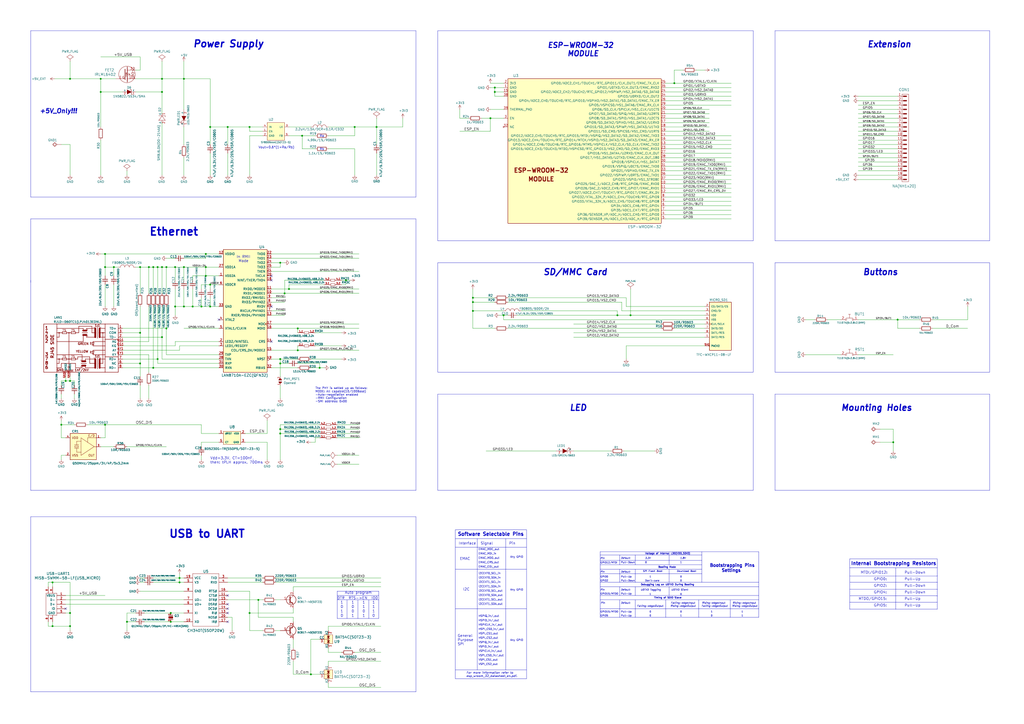
<source format=kicad_sch>
(kicad_sch (version 20230121) (generator eeschema)
  (paper "A2")
  (title_block (title "ESP32-GATEWAY_Rev_A") (company "OLIMEX LTD.") (comment 1 "https://www.olimex.com"))
  (junction (at 60.96 154.94))
  (junction (at 40.64 45.72))
  (junction (at 60.96 246.38))
  (junction (at 101.6 177.8))
  (junction (at 172.72 190.5))
  (junction (at 40.64 220.98))
  (junction (at 86.36 154.94))
  (junction (at 30.48 363.22))
  (junction (at 66.04 154.94))
  (junction (at 121.92 177.8))
  (junction (at 58.42 53.34))
  (junction (at 96.52 190.5))
  (junction (at 218.44 73.66))
  (junction (at 121.92 165.1))
  (junction (at 172.72 203.2))
  (junction (at 35.56 246.38))
  (junction (at 287.02 50.8))
  (junction (at 518.16 256.54))
  (junction (at 205.74 73.66))
  (junction (at 165.1 170.18))
  (junction (at 121.92 73.66))
  (junction (at 132.08 73.66))
  (junction (at 106.68 154.94))
  (junction (at 162.56 248.92))
  (junction (at 104.14 337.82))
  (junction (at 274.32 175.26))
  (junction (at 60.96 147.32))
  (junction (at 91.44 208.28))
  (junction (at 40.64 363.22))
  (junction (at 93.98 195.58))
  (junction (at 119.38 154.94))
  (junction (at 93.98 53.34))
  (junction (at 88.9 154.94))
  (junction (at 520.7 185.42))
  (junction (at 99.06 355.6))
  (junction (at 274.32 172.72))
  (junction (at 81.28 193.04))
  (junction (at 119.38 160.02))
  (junction (at 391.16 48.26))
  (junction (at 96.52 154.94))
  (junction (at 91.44 154.94))
  (junction (at 162.56 208.28))
  (junction (at 167.64 167.64))
  (junction (at 30.48 337.82))
  (junction (at 284.48 68.58))
  (junction (at 185.42 213.36))
  (junction (at 287.02 53.34))
  (junction (at 58.42 45.72))
  (junction (at 162.56 152.4))
  (junction (at 81.28 210.82))
  (junction (at 38.1 220.98))
  (junction (at 365.76 182.88))
  (junction (at 175.26 78.74))
  (junction (at 101.6 154.94))
  (junction (at 106.68 177.8))
  (junction (at 358.14 182.88))
  (junction (at 99.06 360.68))
  (junction (at 274.32 180.34))
  (junction (at 88.9 213.36))
  (junction (at 116.84 177.8))
  (junction (at 106.68 45.72))
  (junction (at 111.76 177.8))
  (junction (at 149.86 347.98))
  (junction (at 104.14 335.28))
  (junction (at 73.66 360.68))
  (junction (at 162.56 251.46))
  (junction (at 200.66 162.56))
  (junction (at 162.56 210.82))
  (junction (at 180.34 391.16))
  (junction (at 40.64 355.6))
  (junction (at 81.28 154.94))
  (junction (at 93.98 154.94))
  (junction (at 144.78 355.6))
  (junction (at 119.38 147.32))
  (junction (at 292.1 182.88))
  (junction (at 144.78 73.66))
  (junction (at 93.98 45.72))
  (no_connect (at 132.08 353.06))
  (no_connect (at 38.1 353.06))
  (no_connect (at 132.08 345.44))
  (no_connect (at 127 185.42))
  (no_connect (at 132.08 355.6))
  (no_connect (at 132.08 350.52))
  (no_connect (at 132.08 360.68))
  (no_connect (at 157.48 177.8))
  (no_connect (at 157.48 160.02))
  (no_connect (at 157.48 162.56))
  (no_connect (at 157.48 198.12))
  (wire (pts (xy 144.78 342.9) (xy 144.78 355.6)))
  (wire (pts (xy 266.7 68.58) (xy 271.78 68.58)))
  (polyline (pts (xy 574.04 152.4) (xy 449.58 152.4)))
  (wire (pts (xy 165.1 170.18) (xy 208.28 170.18)))
  (polyline (pts (xy 17.78 299.72) (xy 17.78 401.32)))
  (polyline (pts (xy 17.78 299.72) (xy 241.3 299.72)))
  (wire (pts (xy 363.22 172.72) (xy 294.64 172.72)))
  (wire (pts (xy 99.06 355.6) (xy 106.68 355.6)))
  (polyline (pts (xy 436.88 284.48) (xy 254 284.48)))
  (wire (pts (xy 172.72 210.82) (xy 185.42 210.82)))
  (wire (pts (xy 408.94 187.96) (xy 391.16 187.96)))
  (wire (pts (xy 520.7 104.14) (xy 497.84 104.14)))
  (polyline (pts (xy 348.107 332.74) (xy 407.162 332.74)))
  (wire (pts (xy 386.08 127) (xy 424.18 127)))
  (wire (pts (xy 101.6 149.86) (xy 96.52 149.86)))
  (wire (pts (xy 386.08 121.92) (xy 424.18 121.92)))
  (wire (pts (xy 81.28 40.64) (xy 78.74 40.64)))
  (wire (pts (xy 541.02 185.42) (xy 561.34 185.42)))
  (polyline (pts (xy 493.141 337.693) (xy 543.687 337.693)))
  (wire (pts (xy 386.08 116.84) (xy 424.18 116.84)))
  (wire (pts (xy 518.16 248.92) (xy 518.16 256.54)))
  (polyline (pts (xy 574.04 284.48) (xy 574.04 228.6)))
  (wire (pts (xy 383.54 187.96) (xy 332.74 187.96)))
  (wire (pts (xy 58.42 45.72) (xy 58.42 53.34)))
  (wire (pts (xy 96.52 154.94) (xy 101.6 154.94)))
  (wire (pts (xy 73.66 360.68) (xy 73.66 365.76)))
  (wire (pts (xy 106.68 45.72) (xy 106.68 63.5)))
  (polyline (pts (xy 449.58 139.7) (xy 574.04 139.7)))
  (wire (pts (xy 391.16 40.64) (xy 391.16 48.26)))
  (wire (pts (xy 195.58 251.46) (xy 208.28 251.46)))
  (wire (pts (xy 142.24 251.46) (xy 154.94 251.46)))
  (wire (pts (xy 274.32 180.34) (xy 292.1 180.34)))
  (wire (pts (xy 86.36 198.12) (xy 86.36 177.8)))
  (wire (pts (xy 175.26 78.74) (xy 182.88 78.74)))
  (wire (pts (xy 58.42 45.72) (xy 67.31 45.72)))
  (wire (pts (xy 520.7 68.58) (xy 497.84 68.58)))
  (wire (pts (xy 363.22 177.8) (xy 363.22 172.72)))
  (wire (pts (xy 160.02 347.98) (xy 162.56 347.98)))
  (wire (pts (xy 93.98 154.94) (xy 96.52 154.94)))
  (wire (pts (xy 119.38 154.94) (xy 127 154.94)))
  (wire (pts (xy 132.08 73.66) (xy 132.08 83.82)))
  (wire (pts (xy 40.64 218.44) (xy 40.64 220.98)))
  (wire (pts (xy 104.14 337.82) (xy 106.68 337.82)))
  (wire (pts (xy 157.48 180.34) (xy 165.1 180.34)))
  (wire (pts (xy 365.76 167.64) (xy 365.76 182.88)))
  (wire (pts (xy 497.84 185.42) (xy 520.7 185.42)))
  (wire (pts (xy 180.34 370.84) (xy 185.42 370.84)))
  (wire (pts (xy 386.08 76.2) (xy 411.48 76.2)))
  (wire (pts (xy 127 190.5) (xy 106.68 190.5)))
  (polyline (pts (xy 492.887 353.314) (xy 543.687 353.314)))
  (wire (pts (xy 332.74 195.58) (xy 408.94 195.58)))
  (wire (pts (xy 175.26 78.74) (xy 175.26 86.36)))
  (polyline (pts (xy 423.672 347.98) (xy 423.672 358.14)))
  (wire (pts (xy 363.22 208.28) (xy 363.22 200.66)))
  (wire (pts (xy 520.7 185.42) (xy 533.4 185.42)))
  (polyline (pts (xy 368.427 347.98) (xy 368.427 358.14)))
  (wire (pts (xy 274.32 175.26) (xy 287.02 175.26)))
  (wire (pts (xy 81.28 177.8) (xy 81.28 193.04)))
  (wire (pts (xy 58.42 254) (xy 60.96 254)))
  (wire (pts (xy 172.72 190.5) (xy 208.28 190.5)))
  (wire (pts (xy 93.98 170.18) (xy 93.98 154.94)))
  (wire (pts (xy 198.12 165.1) (xy 200.66 165.1)))
  (wire (pts (xy 60.96 246.38) (xy 116.84 246.38)))
  (wire (pts (xy 157.48 152.4) (xy 162.56 152.4)))
  (wire (pts (xy 40.64 363.22) (xy 40.64 365.76)))
  (wire (pts (xy 180.34 391.16) (xy 185.42 391.16)))
  (wire (pts (xy 157.48 170.18) (xy 165.1 170.18)))
  (wire (pts (xy 35.56 223.52) (xy 35.56 220.98)))
  (polyline (pts (xy 241.3 401.32) (xy 241.3 299.72)))
  (wire (pts (xy 71.12 53.34) (xy 58.42 53.34)))
  (wire (pts (xy 518.16 256.54) (xy 518.16 261.62)))
  (wire (pts (xy 205.74 101.6) (xy 205.74 86.36)))
  (wire (pts (xy 40.64 220.98) (xy 43.18 220.98)))
  (wire (pts (xy 157.48 187.96) (xy 208.28 187.96)))
  (wire (pts (xy 190.5 363.22) (xy 190.5 365.76)))
  (wire (pts (xy 167.64 167.64) (xy 208.28 167.64)))
  (wire (pts (xy 73.66 101.6) (xy 73.66 99.06)))
  (wire (pts (xy 520.7 55.88) (xy 497.84 55.88)))
  (wire (pts (xy 198.12 162.56) (xy 200.66 162.56)))
  (wire (pts (xy 520.7 101.6) (xy 497.84 101.6)))
  (wire (pts (xy 520.7 58.42) (xy 497.84 58.42)))
  (polyline (pts (xy 17.78 163.83) (xy 17.78 127)))
  (wire (pts (xy 386.08 96.52) (xy 424.18 96.52)))
  (polyline (pts (xy 436.88 152.4) (xy 254 152.4)))
  (polyline (pts (xy 543.687 337.693) (xy 543.687 337.947)))
  (wire (pts (xy 195.58 246.38) (xy 208.28 246.38)))
  (wire (pts (xy 104.14 332.74) (xy 104.14 335.28)))
  (polyline (pts (xy 213.995 347.98) (xy 213.995 358.775)))
  (wire (pts (xy 111.76 160.02) (xy 111.76 162.56)))
  (wire (pts (xy 360.68 175.26) (xy 360.68 180.34)))
  (wire (pts (xy 157.48 203.2) (xy 172.72 203.2)))
  (wire (pts (xy 424.18 86.36) (xy 386.08 86.36)))
  (wire (pts (xy 106.68 162.56) (xy 106.68 154.94)))
  (wire (pts (xy 195.58 248.92) (xy 208.28 248.92)))
  (wire (pts (xy 195.58 254) (xy 208.28 254)))
  (wire (pts (xy 50.8 246.38) (xy 60.96 246.38)))
  (wire (pts (xy 182.88 256.54) (xy 182.88 254)))
  (polyline (pts (xy 436.88 215.9) (xy 436.88 152.4)))
  (wire (pts (xy 154.94 256.54) (xy 154.94 266.7)))
  (wire (pts (xy 287.02 172.72) (xy 274.32 172.72)))
  (wire (pts (xy 78.74 154.94) (xy 81.28 154.94)))
  (wire (pts (xy 111.76 167.64) (xy 111.76 177.8)))
  (wire (pts (xy 408.94 185.42) (xy 292.1 185.42)))
  (polyline (pts (xy 201.295 347.98) (xy 201.295 358.775)))
  (wire (pts (xy 170.18 353.06) (xy 170.18 355.6)))
  (wire (pts (xy 132.08 88.9) (xy 132.08 101.6)))
  (polyline (pts (xy 368.427 330.2) (xy 368.427 337.82)))
  (wire (pts (xy 266.7 63.5) (xy 266.7 68.58)))
  (wire (pts (xy 152.4 78.74) (xy 144.78 78.74)))
  (wire (pts (xy 520.7 83.82) (xy 497.84 83.82)))
  (polyline (pts (xy 195.58 342.9) (xy 195.58 358.775)))
  (wire (pts (xy 386.08 66.04) (xy 411.48 66.04)))
  (wire (pts (xy 294.64 190.5) (xy 383.54 190.5)))
  (wire (pts (xy 175.26 86.36) (xy 182.88 86.36)))
  (wire (pts (xy 93.98 177.8) (xy 93.98 195.58)))
  (wire (pts (xy 106.68 154.94) (xy 119.38 154.94)))
  (polyline (pts (xy 543.687 341.757) (xy 543.687 342.011)))
  (wire (pts (xy 467.36 205.74) (xy 487.68 205.74)))
  (wire (pts (xy 195.58 269.24) (xy 208.28 269.24)))
  (wire (pts (xy 195.58 264.16) (xy 208.28 264.16)))
  (polyline (pts (xy 359.537 340.36) (xy 359.537 345.44)))
  (polyline (pts (xy 305.435 393.7) (xy 264.16 393.7)))
  (wire (pts (xy 127 198.12) (xy 101.6 198.12)))
  (wire (pts (xy 170.18 342.9) (xy 170.18 340.36)))
  (wire (pts (xy 510.54 248.92) (xy 518.16 248.92)))
  (polyline (pts (xy 348.107 345.44) (xy 440.182 345.44)))
  (wire (pts (xy 561.34 185.42) (xy 561.34 177.8)))
  (polyline (pts (xy 264.16 353.06) (xy 305.435 353.06)))
  (wire (pts (xy 284.48 76.2) (xy 266.7 76.2)))
  (polyline (pts (xy 264.16 393.7) (xy 264.16 307.34)))
  (wire (pts (xy 190.5 398.78) (xy 220.98 398.78)))
  (wire (pts (xy 358.14 180.34) (xy 358.14 182.88)))
  (wire (pts (xy 152.4 76.2) (xy 144.78 76.2)))
  (polyline (pts (xy 368.427 340.36) (xy 368.427 345.44)))
  (wire (pts (xy 101.6 167.64) (xy 101.6 177.8)))
  (polyline (pts (xy 492.887 341.757) (xy 543.687 341.757)))
  (wire (pts (xy 160.02 337.82) (xy 220.98 337.82)))
  (wire (pts (xy 408.94 177.8) (xy 363.22 177.8)))
  (wire (pts (xy 81.28 170.18) (xy 81.28 154.94)))
  (wire (pts (xy 172.72 193.04) (xy 172.72 190.5)))
  (wire (pts (xy 292.1 53.34) (xy 287.02 53.34)))
  (wire (pts (xy 190.5 383.54) (xy 190.5 386.08)))
  (wire (pts (xy 104.14 335.28) (xy 104.14 337.82)))
  (wire (pts (xy 30.48 363.22) (xy 40.64 363.22)))
  (wire (pts (xy 66.04 165.1) (xy 66.04 177.8)))
  (wire (pts (xy 185.42 210.82) (xy 185.42 213.36)))
  (polyline (pts (xy 348.107 325.12) (xy 407.162 325.12)))
  (wire (pts (xy 162.56 210.82) (xy 162.56 218.44)))
  (wire (pts (xy 386.08 63.5) (xy 411.48 63.5)))
  (wire (pts (xy 40.64 337.82) (xy 40.64 355.6)))
  (wire (pts (xy 38.1 220.98) (xy 40.64 220.98)))
  (wire (pts (xy 520.7 190.5) (xy 520.7 185.42)))
  (wire (pts (xy 58.42 53.34) (xy 58.42 73.66)))
  (wire (pts (xy 520.7 91.44) (xy 497.84 91.44)))
  (wire (pts (xy 40.64 101.6) (xy 40.64 83.82)))
  (wire (pts (xy 360.68 180.34) (xy 408.94 180.34)))
  (wire (pts (xy 386.08 119.38) (xy 424.18 119.38)))
  (wire (pts (xy 162.56 248.92) (xy 162.56 251.46)))
  (wire (pts (xy 27.94 340.36) (xy 27.94 337.82)))
  (wire (pts (xy 170.18 360.68) (xy 170.18 358.14)))
  (wire (pts (xy 96.52 177.8) (xy 96.52 190.5)))
  (wire (pts (xy 86.36 223.52) (xy 86.36 231.14)))
  (polyline (pts (xy 276.86 312.42) (xy 276.86 388.62)))
  (wire (pts (xy 144.78 365.76) (xy 152.4 365.76)))
  (polyline (pts (xy 436.88 228.6) (xy 436.88 284.48)))
  (polyline (pts (xy 254 228.6) (xy 436.88 228.6)))
  (wire (pts (xy 78.74 53.34) (xy 93.98 53.34)))
  (wire (pts (xy 91.44 208.28) (xy 91.44 210.82)))
  (wire (pts (xy 119.38 149.86) (xy 119.38 147.32)))
  (polyline (pts (xy 254 17.78) (xy 254 139.7)))
  (wire (pts (xy 91.44 177.8) (xy 91.44 208.28)))
  (wire (pts (xy 160.02 365.76) (xy 162.56 365.76)))
  (wire (pts (xy 81.28 33.02) (xy 58.42 33.02)))
  (polyline (pts (xy 348.107 330.2) (xy 407.162 330.2)))
  (wire (pts (xy 38.1 218.44) (xy 38.1 220.98)))
  (wire (pts (xy 157.48 167.64) (xy 167.64 167.64)))
  (polyline (pts (xy 254 139.7) (xy 436.88 139.7)))
  (wire (pts (xy 99.06 360.68) (xy 106.68 360.68)))
  (wire (pts (xy 185.42 251.46) (xy 162.56 251.46)))
  (wire (pts (xy 81.28 154.94) (xy 86.36 154.94)))
  (wire (pts (xy 35.56 228.6) (xy 35.56 231.14)))
  (polyline (pts (xy 219.71 342.9) (xy 219.71 358.775)))
  (wire (pts (xy 116.84 256.54) (xy 127 256.54)))
  (wire (pts (xy 121.92 88.9) (xy 121.92 101.6)))
  (wire (pts (xy 292.1 185.42) (xy 292.1 182.88)))
  (wire (pts (xy 284.48 68.58) (xy 292.1 68.58)))
  (wire (pts (xy 396.24 40.64) (xy 391.16 40.64)))
  (wire (pts (xy 58.42 101.6) (xy 58.42 81.28)))
  (wire (pts (xy 520.7 99.06) (xy 497.84 99.06)))
  (wire (pts (xy 218.44 88.9) (xy 218.44 101.6)))
  (wire (pts (xy 91.44 208.28) (xy 71.12 208.28)))
  (wire (pts (xy 27.94 363.22) (xy 30.48 363.22)))
  (wire (pts (xy 93.98 45.72) (xy 106.68 45.72)))
  (wire (pts (xy 162.56 251.46) (xy 162.56 266.7)))
  (wire (pts (xy 111.76 177.8) (xy 116.84 177.8)))
  (polyline (pts (xy 348.107 327.66) (xy 407.162 327.66)))
  (wire (pts (xy 106.68 167.64) (xy 106.68 177.8)))
  (wire (pts (xy 160.02 335.28) (xy 220.98 335.28)))
  (wire (pts (xy 391.16 190.5) (xy 408.94 190.5)))
  (wire (pts (xy 386.08 88.9) (xy 424.18 88.9)))
  (wire (pts (xy 386.08 73.66) (xy 411.48 73.66)))
  (polyline (pts (xy 17.78 284.48) (xy 241.3 284.48)))
  (wire (pts (xy 292.1 182.88) (xy 294.64 182.88)))
  (wire (pts (xy 96.52 170.18) (xy 96.52 154.94)))
  (polyline (pts (xy 348.107 353.06) (xy 440.182 353.06)))
  (wire (pts (xy 86.36 170.18) (xy 86.36 154.94)))
  (wire (pts (xy 180.34 391.16) (xy 180.34 370.84)))
  (wire (pts (xy 106.68 149.86) (xy 119.38 149.86)))
  (wire (pts (xy 116.84 251.46) (xy 116.84 246.38)))
  (wire (pts (xy 93.98 45.72) (xy 93.98 53.34)))
  (polyline (pts (xy 219.71 358.775) (xy 195.58 358.775)))
  (wire (pts (xy 81.28 40.64) (xy 81.28 33.02)))
  (polyline (pts (xy 348.107 321.945) (xy 407.162 321.945)))
  (wire (pts (xy 144.78 73.66) (xy 152.4 73.66)))
  (polyline (pts (xy 574.04 17.78) (xy 449.58 17.78)))
  (wire (pts (xy 497.84 86.36) (xy 520.7 86.36)))
  (polyline (pts (xy 436.88 17.78) (xy 436.88 139.7)))
  (polyline (pts (xy 348.107 320.04) (xy 440.182 320.04)))
  (polyline (pts (xy 492.887 329.311) (xy 543.687 329.311)))
  (wire (pts (xy 101.6 154.94) (xy 106.68 154.94)))
  (polyline (pts (xy 492.887 324.231) (xy 492.887 353.441)))
  (wire (pts (xy 386.08 111.76) (xy 424.18 111.76)))
  (wire (pts (xy 520.7 96.52) (xy 497.84 96.52)))
  (wire (pts (xy 40.64 45.72) (xy 58.42 45.72)))
  (wire (pts (xy 218.44 73.66) (xy 218.44 83.82)))
  (wire (pts (xy 386.08 99.06) (xy 424.18 99.06)))
  (polyline (pts (xy 17.78 127) (xy 241.3 127)))
  (wire (pts (xy 43.18 220.98) (xy 43.18 223.52)))
  (wire (pts (xy 116.84 259.08) (xy 116.84 256.54)))
  (polyline (pts (xy 359.537 347.98) (xy 359.537 358.14)))
  (wire (pts (xy 233.68 73.66) (xy 233.68 68.58)))
  (wire (pts (xy 190.5 375.92) (xy 190.5 378.46)))
  (wire (pts (xy 274.32 175.26) (xy 274.32 180.34)))
  (wire (pts (xy 386.08 58.42) (xy 424.18 58.42)))
  (wire (pts (xy 81.28 193.04) (xy 81.28 210.82)))
  (wire (pts (xy 386.08 91.44) (xy 424.18 91.44)))
  (wire (pts (xy 520.7 93.98) (xy 497.84 93.98)))
  (wire (pts (xy 358.14 182.88) (xy 365.76 182.88)))
  (wire (pts (xy 93.98 101.6) (xy 93.98 71.12)))
  (wire (pts (xy 121.92 167.64) (xy 121.92 165.1)))
  (wire (pts (xy 170.18 391.16) (xy 180.34 391.16)))
  (wire (pts (xy 121.92 73.66) (xy 121.92 83.82)))
  (wire (pts (xy 287.02 50.8) (xy 287.02 53.34)))
  (wire (pts (xy 132.08 342.9) (xy 144.78 342.9)))
  (wire (pts (xy 86.36 154.94) (xy 88.9 154.94)))
  (wire (pts (xy 86.36 205.74) (xy 71.12 205.74)))
  (wire (pts (xy 93.98 53.34) (xy 93.98 66.04)))
  (wire (pts (xy 289.56 182.88) (xy 292.1 182.88)))
  (wire (pts (xy 520.7 81.28) (xy 497.84 81.28)))
  (polyline (pts (xy 254 284.48) (xy 254 228.6)))
  (wire (pts (xy 363.22 200.66) (xy 408.94 200.66)))
  (polyline (pts (xy 359.537 321.945) (xy 359.537 327.66)))
  (wire (pts (xy 200.66 162.56) (xy 203.2 162.56)))
  (wire (pts (xy 38.1 347.98) (xy 106.68 347.98)))
  (wire (pts (xy 43.18 246.38) (xy 35.56 246.38)))
  (wire (pts (xy 162.56 231.14) (xy 162.56 223.52)))
  (wire (pts (xy 185.42 213.36) (xy 187.96 213.36)))
  (wire (pts (xy 386.08 93.98) (xy 424.18 93.98)))
  (wire (pts (xy 467.36 185.42) (xy 472.44 185.42)))
  (wire (pts (xy 162.56 208.28) (xy 172.72 208.28)))
  (wire (pts (xy 127 200.66) (xy 104.14 200.66)))
  (wire (pts (xy 497.84 88.9) (xy 520.7 88.9)))
  (polyline (pts (xy 348.107 337.82) (xy 440.182 337.82)))
  (polyline (pts (xy 543.687 324.231) (xy 543.687 353.441)))
  (wire (pts (xy 520.7 66.04) (xy 497.84 66.04)))
  (wire (pts (xy 132.08 358.14) (xy 134.62 358.14)))
  (wire (pts (xy 83.82 337.82) (xy 81.28 337.82)))
  (polyline (pts (xy 195.58 345.44) (xy 219.71 345.44)))
  (wire (pts (xy 386.08 83.82) (xy 424.18 83.82)))
  (polyline (pts (xy 264.16 388.62) (xy 305.435 388.62)))
  (wire (pts (xy 167.64 73.66) (xy 180.34 73.66)))
  (wire (pts (xy 132.08 335.28) (xy 152.4 335.28)))
  (wire (pts (xy 386.08 68.58) (xy 411.48 68.58)))
  (wire (pts (xy 121.92 177.8) (xy 121.92 172.72)))
  (wire (pts (xy 386.08 50.8) (xy 424.18 50.8)))
  (wire (pts (xy 27.94 337.82) (xy 30.48 337.82)))
  (wire (pts (xy 91.44 210.82) (xy 127 210.82)))
  (wire (pts (xy 66.04 160.02) (xy 66.04 154.94)))
  (wire (pts (xy 81.28 193.04) (xy 71.12 193.04)))
  (wire (pts (xy 93.98 208.28) (xy 127 208.28)))
  (polyline (pts (xy 543.687 334.137) (xy 543.687 333.883)))
  (wire (pts (xy 185.42 246.38) (xy 162.56 246.38)))
  (wire (pts (xy 284.48 50.8) (xy 287.02 50.8)))
  (wire (pts (xy 190.5 363.22) (xy 220.98 363.22)))
  (wire (pts (xy 172.72 213.36) (xy 157.48 213.36)))
  (wire (pts (xy 294.64 175.26) (xy 360.68 175.26)))
  (wire (pts (xy 182.88 254) (xy 185.42 254)))
  (wire (pts (xy 106.68 35.56) (xy 106.68 45.72)))
  (polyline (pts (xy 492.887 324.231) (xy 543.687 324.231)))
  (wire (pts (xy 198.12 200.66) (xy 182.88 200.66)))
  (wire (pts (xy 302.26 180.34) (xy 358.14 180.34)))
  (polyline (pts (xy 449.58 152.4) (xy 449.58 215.9)))
  (polyline (pts (xy 17.78 17.78) (xy 17.78 114.3)))
  (wire (pts (xy 81.28 223.52) (xy 81.28 231.14)))
  (wire (pts (xy 81.28 210.82) (xy 81.28 218.44)))
  (wire (pts (xy 205.74 78.74) (xy 205.74 73.66)))
  (wire (pts (xy 190.5 398.78) (xy 190.5 396.24)))
  (polyline (pts (xy 449.58 228.6) (xy 574.04 228.6)))
  (wire (pts (xy 60.96 254) (xy 60.96 246.38)))
  (wire (pts (xy 157.48 208.28) (xy 162.56 208.28)))
  (wire (pts (xy 287.02 55.88) (xy 292.1 55.88)))
  (wire (pts (xy 299.72 182.88) (xy 358.14 182.88)))
  (polyline (pts (xy 386.207 347.98) (xy 386.207 358.14)))
  (wire (pts (xy 88.9 154.94) (xy 91.44 154.94)))
  (wire (pts (xy 274.32 167.64) (xy 274.32 172.72)))
  (wire (pts (xy 81.28 210.82) (xy 71.12 210.82)))
  (wire (pts (xy 35.56 264.16) (xy 35.56 266.7)))
  (wire (pts (xy 104.14 335.28) (xy 106.68 335.28)))
  (wire (pts (xy 187.96 162.56) (xy 165.1 162.56)))
  (wire (pts (xy 142.24 256.54) (xy 154.94 256.54)))
  (polyline (pts (xy 219.71 342.9) (xy 195.58 342.9)))
  (polyline (pts (xy 264.16 330.2) (xy 305.435 330.2)))
  (wire (pts (xy 106.68 45.72) (xy 121.92 45.72)))
  (wire (pts (xy 292.1 63.5) (xy 284.48 63.5)))
  (wire (pts (xy 198.12 193.04) (xy 182.88 193.04)))
  (wire (pts (xy 218.44 73.66) (xy 233.68 73.66)))
  (wire (pts (xy 40.64 83.82) (xy 35.56 83.82)))
  (polyline (pts (xy 543.687 345.567) (xy 543.687 345.821)))
  (wire (pts (xy 172.72 203.2) (xy 208.28 203.2)))
  (polyline (pts (xy 368.427 321.945) (xy 368.427 327.66)))
  (wire (pts (xy 386.08 60.96) (xy 424.18 60.96)))
  (wire (pts (xy 121.92 177.8) (xy 127 177.8)))
  (wire (pts (xy 520.7 71.12) (xy 497.84 71.12)))
  (wire (pts (xy 60.96 154.94) (xy 66.04 154.94)))
  (wire (pts (xy 274.32 172.72) (xy 274.32 175.26)))
  (wire (pts (xy 520.7 76.2) (xy 497.84 76.2)))
  (wire (pts (xy 386.08 81.28) (xy 424.18 81.28)))
  (wire (pts (xy 170.18 340.36) (xy 220.98 340.36)))
  (wire (pts (xy 533.4 190.5) (xy 520.7 190.5)))
  (wire (pts (xy 31.75 45.72) (xy 40.64 45.72)))
  (wire (pts (xy 162.56 208.28) (xy 162.56 210.82)))
  (wire (pts (xy 541.02 190.5) (xy 561.34 190.5)))
  (polyline (pts (xy 207.645 347.98) (xy 207.645 358.775)))
  (wire (pts (xy 386.08 78.74) (xy 424.18 78.74)))
  (wire (pts (xy 78.74 355.6) (xy 73.66 355.6)))
  (polyline (pts (xy 407.162 337.82) (xy 407.162 320.04)))
  (wire (pts (xy 144.78 355.6) (xy 144.78 365.76)))
  (wire (pts (xy 88.9 337.82) (xy 104.14 337.82)))
  (wire (pts (xy 284.48 68.58) (xy 284.48 76.2)))
  (wire (pts (xy 185.42 248.92) (xy 162.56 248.92)))
  (wire (pts (xy 58.42 147.32) (xy 60.96 147.32)))
  (wire (pts (xy 386.08 101.6) (xy 424.18 101.6)))
  (wire (pts (xy 200.66 165.1) (xy 200.66 162.56)))
  (wire (pts (xy 386.08 55.88) (xy 424.18 55.88)))
  (wire (pts (xy 520.7 63.5) (xy 497.84 63.5)))
  (wire (pts (xy 284.48 48.26) (xy 292.1 48.26)))
  (polyline (pts (xy 493.141 345.567) (xy 543.687 345.567)))
  (polyline (pts (xy 388.112 345.44) (xy 388.112 340.36)))
  (wire (pts (xy 205.74 86.36) (xy 190.5 86.36)))
  (polyline (pts (xy 17.78 401.32) (xy 241.3 401.32)))
  (wire (pts (xy 391.16 48.26) (xy 424.18 48.26)))
  (wire (pts (xy 480.06 185.42) (xy 487.68 185.42)))
  (polyline (pts (xy 293.37 312.42) (xy 293.37 388.62)))
  (polyline (pts (xy 436.88 17.78) (xy 254 17.78)))
  (wire (pts (xy 93.98 195.58) (xy 71.12 195.58)))
  (wire (pts (xy 35.56 254) (xy 38.1 254)))
  (wire (pts (xy 187.96 165.1) (xy 167.64 165.1)))
  (wire (pts (xy 180.34 213.36) (xy 185.42 213.36)))
  (wire (pts (xy 121.92 45.72) (xy 121.92 73.66)))
  (polyline (pts (xy 264.16 312.42) (xy 305.435 312.42)))
  (wire (pts (xy 190.5 383.54) (xy 220.98 383.54)))
  (polyline (pts (xy 305.435 307.34) (xy 305.435 393.7)))
  (polyline (pts (xy 492.887 349.377) (xy 543.687 349.377)))
  (wire (pts (xy 93.98 35.56) (xy 93.98 45.72)))
  (wire (pts (xy 30.48 360.68) (xy 30.48 363.22)))
  (wire (pts (xy 157.48 190.5) (xy 172.72 190.5)))
  (wire (pts (xy 88.9 177.8) (xy 88.9 213.36)))
  (wire (pts (xy 101.6 177.8) (xy 106.68 177.8)))
  (wire (pts (xy 154.94 251.46) (xy 154.94 243.84)))
  (wire (pts (xy 116.84 177.8) (xy 116.84 172.72)))
  (wire (pts (xy 66.04 154.94) (xy 68.58 154.94)))
  (wire (pts (xy 167.64 78.74) (xy 175.26 78.74)))
  (wire (pts (xy 274.32 180.34) (xy 274.32 190.5)))
  (polyline (pts (xy 449.58 17.78) (xy 449.58 139.7)))
  (polyline (pts (xy 348.107 358.14) (xy 440.182 358.14)))
  (wire (pts (xy 91.44 154.94) (xy 93.98 154.94)))
  (wire (pts (xy 71.12 213.36) (xy 88.9 213.36)))
  (wire (pts (xy 86.36 215.9) (xy 86.36 205.74)))
  (wire (pts (xy 170.18 370.84) (xy 170.18 375.92)))
  (polyline (pts (xy 359.537 330.2) (xy 359.537 337.82)))
  (wire (pts (xy 91.44 170.18) (xy 91.44 154.94)))
  (polyline (pts (xy 254 215.9) (xy 436.88 215.9)))
  (polyline (pts (xy 254 152.4) (xy 254 215.9)))
  (wire (pts (xy 83.82 360.68) (xy 99.06 360.68)))
  (wire (pts (xy 132.08 337.82) (xy 152.4 337.82)))
  (wire (pts (xy 88.9 213.36) (xy 127 213.36)))
  (polyline (pts (xy 17.78 114.3) (xy 241.3 114.3)))
  (wire (pts (xy 35.56 243.84) (xy 35.56 246.38)))
  (wire (pts (xy 116.84 264.16) (xy 116.84 266.7)))
  (wire (pts (xy 172.72 200.66) (xy 172.72 203.2)))
  (wire (pts (xy 520.7 73.66) (xy 497.84 73.66)))
  (wire (pts (xy 354.33 261.62) (xy 332.74 261.62)))
  (polyline (pts (xy 388.112 321.945) (xy 388.112 327.66)))
  (wire (pts (xy 38.1 350.52) (xy 106.68 350.52)))
  (wire (pts (xy 101.6 162.56) (xy 101.6 154.94)))
  (polyline (pts (xy 492.887 334.137) (xy 543.687 334.137)))
  (wire (pts (xy 403.86 40.64) (xy 408.94 40.64)))
  (wire (pts (xy 81.28 342.9) (xy 106.68 342.9)))
  (wire (pts (xy 157.48 182.88) (xy 165.1 182.88)))
  (wire (pts (xy 365.76 182.88) (xy 408.94 182.88)))
  (wire (pts (xy 40.64 35.56) (xy 40.64 45.72)))
  (wire (pts (xy 198.12 208.28) (xy 180.34 208.28)))
  (wire (pts (xy 167.64 165.1) (xy 167.64 167.64)))
  (polyline (pts (xy 348.107 340.36) (xy 440.182 340.36)))
  (wire (pts (xy 83.82 355.6) (xy 99.06 355.6)))
  (wire (pts (xy 157.48 147.32) (xy 208.28 147.32)))
  (wire (pts (xy 30.48 340.36) (xy 30.48 337.82)))
  (wire (pts (xy 119.38 160.02) (xy 127 160.02)))
  (polyline (pts (xy 195.58 347.98) (xy 219.71 347.98)))
  (wire (pts (xy 157.48 149.86) (xy 208.28 149.86)))
  (wire (pts (xy 27.94 360.68) (xy 27.94 363.22)))
  (wire (pts (xy 386.08 53.34) (xy 424.18 53.34)))
  (wire (pts (xy 386.08 106.68) (xy 424.18 106.68)))
  (wire (pts (xy 83.82 335.28) (xy 81.28 335.28)))
  (wire (pts (xy 60.96 154.94) (xy 60.96 160.02)))
  (wire (pts (xy 144.78 76.2) (xy 144.78 73.66)))
  (wire (pts (xy 157.48 157.48) (xy 208.28 157.48)))
  (wire (pts (xy 157.48 175.26) (xy 165.1 175.26)))
  (wire (pts (xy 520.7 60.96) (xy 497.84 60.96)))
  (polyline (pts (xy 405.257 347.98) (xy 405.257 358.14)))
  (polyline (pts (xy 440.182 358.14) (xy 440.182 320.04)))
  (wire (pts (xy 132.08 347.98) (xy 149.86 347.98)))
  (wire (pts (xy 96.52 259.08) (xy 73.66 259.08)))
  (wire (pts (xy 35.56 246.38) (xy 35.56 254)))
  (wire (pts (xy 274.32 190.5) (xy 287.02 190.5)))
  (wire (pts (xy 149.86 358.14) (xy 149.86 347.98)))
  (wire (pts (xy 104.14 203.2) (xy 71.12 203.2)))
  (wire (pts (xy 287.02 53.34) (xy 287.02 55.88)))
  (wire (pts (xy 386.08 48.26) (xy 391.16 48.26)))
  (wire (pts (xy 121.92 165.1) (xy 127 165.1)))
  (wire (pts (xy 116.84 165.1) (xy 121.92 165.1)))
  (wire (pts (xy 106.68 73.66) (xy 106.68 83.82)))
  (wire (pts (xy 43.18 228.6) (xy 43.18 231.14)))
  (polyline (pts (xy 264.16 307.34) (xy 305.435 307.34)))
  (polyline (pts (xy 348.107 320.04) (xy 348.107 358.14)))
  (wire (pts (xy 332.74 193.04) (xy 408.94 193.04)))
  (wire (pts (xy 119.38 147.32) (xy 127 147.32)))
  (wire (pts (xy 60.96 147.32) (xy 119.38 147.32)))
  (wire (pts (xy 60.96 147.32) (xy 60.96 154.94)))
  (polyline (pts (xy 519.557 329.311) (xy 519.557 353.441)))
  (polyline (pts (xy 449.58 284.48) (xy 574.04 284.48)))
  (wire (pts (xy 180.34 256.54) (xy 182.88 256.54)))
  (wire (pts (xy 71.12 198.12) (xy 86.36 198.12)))
  (polyline (pts (xy 264.16 317.5) (xy 305.435 317.5)))
  (wire (pts (xy 520.7 78.74) (xy 497.84 78.74)))
  (wire (pts (xy 157.48 172.72) (xy 165.1 172.72)))
  (wire (pts (xy 119.38 154.94) (xy 119.38 160.02)))
  (wire (pts (xy 170.18 358.14) (xy 149.86 358.14)))
  (wire (pts (xy 162.56 210.82) (xy 167.64 210.82)))
  (wire (pts (xy 190.5 78.74) (xy 205.74 78.74)))
  (wire (pts (xy 386.08 104.14) (xy 424.18 104.14)))
  (wire (pts (xy 30.48 337.82) (xy 40.64 337.82)))
  (wire (pts (xy 165.1 162.56) (xy 165.1 170.18)))
  (wire (pts (xy 38.1 264.16) (xy 35.56 264.16)))
  (polyline (pts (xy 449.58 215.9) (xy 574.04 215.9)))
  (polyline (pts (xy 241.3 17.78) (xy 241.3 114.3)))
  (wire (pts (xy 35.56 220.98) (xy 38.1 220.98)))
  (wire (pts (xy 106.68 177.8) (xy 111.76 177.8)))
  (wire (pts (xy 127 251.46) (xy 116.84 251.46)))
  (wire (pts (xy 510.54 256.54) (xy 518.16 256.54)))
  (wire (pts (xy 101.6 200.66) (xy 71.12 200.66)))
  (polyline (pts (xy 348.107 347.98) (xy 440.182 347.98)))
  (wire (pts (xy 361.95 261.62) (xy 379.73 261.62)))
  (polyline (pts (xy 574.04 215.9) (xy 574.04 152.4)))
  (wire (pts (xy 144.78 78.74) (xy 144.78 101.6)))
  (polyline (pts (xy 574.04 139.7) (xy 574.04 17.78)))
  (wire (pts (xy 162.56 154.94) (xy 162.56 152.4)))
  (wire (pts (xy 116.84 177.8) (xy 121.92 177.8)))
  (wire (pts (xy 88.9 335.28) (xy 104.14 335.28)))
  (wire (pts (xy 205.74 73.66) (xy 218.44 73.66)))
  (wire (pts (xy 60.96 165.1) (xy 60.96 177.8)))
  (wire (pts (xy 40.64 355.6) (xy 40.64 363.22)))
  (wire (pts (xy 386.08 114.3) (xy 424.18 114.3)))
  (wire (pts (xy 96.52 190.5) (xy 96.52 205.74)))
  (wire (pts (xy 111.76 160.02) (xy 119.38 160.02)))
  (wire (pts (xy 93.98 195.58) (xy 93.98 208.28)))
  (wire (pts (xy 66.04 259.08) (xy 58.42 259.08)))
  (wire (pts (xy 132.08 73.66) (xy 144.78 73.66)))
  (wire (pts (xy 386.08 109.22) (xy 424.18 109.22)))
  (wire (pts (xy 287.02 50.8) (xy 292.1 50.8)))
  (wire (pts (xy 322.58 261.62) (xy 281.94 261.62)))
  (wire (pts (xy 190.5 73.66) (xy 205.74 73.66)))
  (wire (pts (xy 101.6 177.8) (xy 101.6 182.88)))
  (wire (pts (xy 162.56 152.4) (xy 165.1 152.4)))
  (wire (pts (xy 73.66 355.6) (xy 73.66 360.68)))
  (wire (pts (xy 106.68 101.6) (xy 106.68 91.44)))
  (wire (pts (xy 121.92 73.66) (xy 132.08 73.66)))
  (wire (pts (xy 386.08 71.12) (xy 411.48 71.12)))
  (wire (pts (xy 101.6 198.12) (xy 101.6 200.66)))
  (wire (pts (xy 40.64 355.6) (xy 38.1 355.6)))
  (wire (pts (xy 162.56 246.38) (xy 162.56 248.92)))
  (wire (pts (xy 157.48 154.94) (xy 162.56 154.94)))
  (polyline (pts (xy 17.78 17.78) (xy 241.3 17.78)))
  (polyline (pts (xy 449.58 284.48) (xy 449.58 228.6)))
  (wire (pts (xy 386.08 124.46) (xy 424.18 124.46)))
  (wire (pts (xy 96.52 190.5) (xy 71.12 190.5)))
  (wire (pts (xy 170.18 355.6) (xy 144.78 355.6)))
  (wire (pts (xy 104.14 200.66) (xy 104.14 203.2)))
  (wire (pts (xy 96.52 205.74) (xy 127 205.74)))
  (wire (pts (xy 116.84 165.1) (xy 116.84 167.64)))
  (wire (pts (xy 78.74 360.68) (xy 73.66 360.68)))
  (wire (pts (xy 134.62 358.14) (xy 134.62 365.76)))
  (wire (pts (xy 518.16 205.74) (xy 497.84 205.74)))
  (wire (pts (xy 218.44 68.58) (xy 218.44 73.66)))
  (polyline (pts (xy 388.112 330.2) (xy 388.112 337.82)))
  (polyline (pts (xy 241.3 284.48) (xy 241.3 127)))
  (wire (pts (xy 205.74 378.46) (xy 220.98 378.46)))
  (wire (pts (xy 78.74 45.72) (xy 93.98 45.72)))
  (wire (pts (xy 170.18 383.54) (xy 170.18 391.16)))
  (wire (pts (xy 190.5 378.46) (xy 198.12 378.46)))
  (wire (pts (xy 279.4 68.58) (xy 284.48 68.58)))
  (wire (pts (xy 149.86 347.98) (xy 152.4 347.98)))
  (wire (pts (xy 88.9 170.18) (xy 88.9 154.94)))
  (polyline (pts (xy 17.78 162.56) (xy 17.78 284.48)))
  (wire (pts (xy 38.1 345.44) (xy 60.96 345.44)))
  (text "1" (at 215.9 350.52 0) (effects (font (size 1.524 1.524)) (justify left bottom)))
  (text "Default" (at 360.172 324.485 0) (effects (font (size 0.9906 0.9906) italic) (justify left bottom)))
  (text "Buttons" (at 500.38 160.02 0) (effects (font (size 3.5052 3.5052) (thickness 0.701) bold italic) (justify left bottom)))
  (text "Bootstrapping Pins \n     Settings" (at 411.607 332.105 0) (effects (font (size 1.8034 1.8034) (thickness 0.3607) bold) (justify left bottom)))
  (text "Any GPIO" (at 295.91 323.85 0) (effects (font (size 1.0922 1.0922)) (justify left bottom)))
  (text "Default" (at 360.172 332.486 0) (effects (font (size 0.9906 0.9906) italic) (justify left bottom)))
  (text "In RMII\n Mode\n" (at 137.16 152.4 0) (effects (font (size 1.4986 1.4986)) (justify left bottom)))
  (text "The PHY is setted up as follows:\nMODE: All capable(10/100Base)\n-Auto-negotiation enabled\n-RMII Configuration\n-SMI address: 0x00" (at 182.88 233.68 0) (effects (font (size 1.1938 1.1938)) (justify left bottom)))
  (text "0" (at 203.835 355.6 0) (effects (font (size 1.524 1.524)) (justify left bottom)))
  (text "USB to UART" (at 97.79 312.42 0) (effects (font (size 4.4958 4.4958) (thickness 0.8992) bold) (justify left bottom)))
  (text "Mounting Holes" (at 487.68 238.76 0) (effects (font (size 3.5052 3.5052) (thickness 0.701) bold italic) (justify left bottom)))
  (text "Interface" (at 266.065 316.23 0) (effects (font (size 1.4986 1.4986)) (justify left bottom)))
  (text "1" (at 394.462 327.025 0) (effects (font (size 0.9906 0.9906)) (justify left bottom)))
  (text "0" (at 376.682 355.6 0) (effects (font (size 0.9906 0.9906)) (justify left bottom)))
  (text "SPI Flash Boot" (at 372.872 332.105 0) (effects (font (size 0.9906 0.9906) italic) (justify left bottom)))
  (text "Pull-Up" (at 360.172 355.6 0) (effects (font (size 0.9906 0.9906)) (justify left bottom)))
  (text "I2CEXT0_SDA_in" (at 277.495 335.915 0) (effects (font (size 1.0922 1.0922)) (justify left bottom)))
  (text "1" (at 430.022 357.886 0) (effects (font (size 0.9906 0.9906)) (justify left bottom)))
  (text "Rising-edge:Input" (at 407.162 350.52 0) (effects (font (size 0.9906 0.9906) italic) (justify left bottom)))
  (text "0" (at 203.835 353.06 0) (effects (font (size 1.524 1.524)) (justify left bottom)))
  (text "I2CEXT1_SCL_in" (at 277.495 338.455 0) (effects (font (size 1.0922 1.0922)) (justify left bottom)))
  (text "EMAC_MDC_out" (at 277.495 319.405 0) (effects (font (size 1.0922 1.0922)) (justify left bottom)))
  (text "HSPIQ_in/_out" (at 277.495 358.14 0) (effects (font (size 1.0922 1.0922)) (justify left bottom)))
  (text "+5V_Only!!!" (at 22.86 66.04 0) (effects (font (size 2.54 2.54) (thickness 0.508) bold italic) (justify left bottom)))
  (text "0" (at 374.142 327.025 0) (effects (font (size 0.9906 0.9906)) (justify left bottom)))
  (text "HSPICLK_in/_out" (at 277.495 363.22 0) (effects (font (size 1.0922 1.0922)) (justify left bottom)))
  (text "Falling-edge:Output" (at 406.908 352.298 0) (effects (font (size 0.9906 0.9906) italic) (justify left bottom)))
  (text "EMAC_COL_out" (at 277.495 329.565 0) (effects (font (size 1.0922 1.0922)) (justify left bottom)))
  (text "1" (at 376.682 335.28 0) (effects (font (size 0.9906 0.9906)) (justify left bottom)))
  (text "GPIO0" (at 348.234 335.28 0) (effects (font (size 0.9906 0.9906)) (justify left bottom)))
  (text "0" (at 376.682 357.886 0) (effects (font (size 0.9906 0.9906)) (justify left bottom)))
  (text "3.3V" (at 374.142 324.485 0) (effects (font (size 0.9906 0.9906) italic) (justify left bottom)))
  (text "0" (at 394.462 345.44 0) (effects (font (size 0.9906 0.9906)) (justify left bottom)))
  (text "General\nPurpose\nSPI" (at 265.43 374.65 0) (effects (font (size 1.4986 1.4986)) (justify left bottom)))
  (text "Pin" (at 348.234 324.612 0) (effects (font (size 0.9906 0.9906) italic) (justify left bottom)))
  (text "GPIO5:" (at 506.857 352.171 0) (effects (font (size 1.4986 1.4986)) (justify left bottom)))
  (text "LED" (at 330.2 238.76 0) (effects (font (size 3.5052 3.5052) (thickness 0.701) bold italic) (justify left bottom)))
  (text "Pull-Up" (at 524.637 336.931 0) (effects (font (size 1.4986 1.4986)) (justify left bottom)))
  (text "Ra" (at 185.42 79.756 0) (effects (font (size 1.2954 1.2954)) (justify left bottom)))
  (text "0" (at 197.485 358.14 0) (effects (font (size 1.524 1.524)) (justify left bottom)))
  (text "1" (at 210.185 353.06 0) (effects (font (size 1.524 1.524)) (justify left bottom)))
  (text "0" (at 215.9 358.14 0) (effects (font (size 1.524 1.524)) (justify left bottom)))
  (text "1" (at 430.022 355.6 0) (effects (font (size 0.9906 0.9906)) (justify left bottom)))
  (text "Rb" (at 185.42 87.376 0) (effects (font (size 1.2954 1.2954)) (justify left bottom)))
  (text "Pull-Down" (at 524.637 340.741 0) (effects (font (size 1.4986 1.4986)) (justify left bottom)))
  (text "Rising-edge:Input" (at 424.942 350.52 0) (effects (font (size 0.9906 0.9906) italic) (justify left bottom)))
  (text "MTDO/GPIO15:" (at 497.967 348.361 0) (effects (font (size 1.4986 1.4986)) (justify left bottom)))
  (text "Default" (at 360.172 350.52 0) (effects (font (size 0.9906 0.9906) italic) (justify left bottom)))
  (text "Falling-edge:Input" (at 389.128 350.52 0) (effects (font (size 0.9906 0.9906) italic) (justify left bottom)))
  (text "GPIO15/MTDO" (at 348.234 345.186 0) (effects (font (size 0.9906 0.9906)) (justify left bottom)))
  (text "Signal" (at 278.765 316.23 0) (effects (font (size 1.4986 1.4986)) (justify left bottom)))
  (text "Pull-Up" (at 524.637 352.171 0) (effects (font (size 1.4986 1.4986)) (justify left bottom)))
  (text "GPIO5" (at 348.234 357.886 0) (effects (font (size 0.9906 0.9906)) (justify left bottom)))
  (text "VSPIQ_in/_out" (at 277.495 373.38 0) (effects (font (size 1.0922 1.0922)) (justify left bottom)))
  (text "1" (at 376.682 345.44 0) (effects (font (size 0.9906 0.9906)) (justify left bottom)))
  (text "VSPICLK_in/_out" (at 277.495 378.46 0) (effects (font (size 1.0922 1.0922)) (justify left bottom)))
  (text "Vdd=3.3V, CT=100nF,\nthen: tPLH approx. 700ms" (at 121.92 269.24 0) (effects (font (size 1.524 1.524)) (justify left bottom)))
  (text "Rising-edge:Output" (at 388.874 352.298 0) (effects (font (size 0.9906 0.9906) italic) (justify left bottom)))
  (text "Download Boot" (at 392.557 332.105 0) (effects (font (size 0.9906 0.9906) italic) (justify left bottom)))
  (text "Pull-Up" (at 360.172 345.186 0) (effects (font (size 0.9906 0.9906)) (justify left bottom)))
  (text "DTR  RTS->EN  IO0" (at 195.58 347.98 0) (effects (font (size 1.524 1.524)) (justify left bottom)))
  (text "I2CEXT0_SCL_out" (at 277.495 343.535 0) (effects (font (size 1.0922 1.0922)) (justify left bottom)))
  (text "Any GPIO" (at 295.91 342.9 0) (effects (font (size 1.0922 1.0922)) (justify left bottom)))
  (text "1" (at 203.835 350.52 0) (effects (font (size 1.524 1.524)) (justify left bottom)))
  (text "ESP-WROOM-32\n     MODULE" (at 317.5 33.02 0) (effects (font (size 2.9972 2.9972) (thickness 0.5994) bold italic) (justify left bottom)))
  (text "Falling-edge:Output" (at 369.57 352.298 0) (effects (font (size 0.9906 0.9906) italic) (justify left bottom)))
  (text "EMAC" (at 266.7 325.12 0) (effects (font (size 1.4986 1.4986)) (justify left bottom)))
  (text "0" (at 394.462 335.28 0) (effects (font (size 0.9906 0.9906)) (justify left bottom)))
  (text "U0TXD Silent" (at 389.382 342.9 0) (effects (font (size 0.9906 0.9906) italic) (justify left bottom)))
  (text "Ethernet" (at 86.36 137.16 0) (effects (font (size 4.4958 4.4958) (thickness 0.8992) bold) (justify left bottom)))
  (text "Voltage of Internal LDO(VDD_SDIO)" (at 374.142 321.818 0) (effects (font (size 0.9906 0.9906) (thickness 0.1981) bold) (justify left bottom)))
  (text "0" (at 412.242 357.886 0) (effects (font (size 0.9906 0.9906)) (justify left bottom)))
  (text "HSPI_CS0_in/_out" (at 277.495 365.76 0) (effects (font (size 1.0922 1.0922)) (justify left bottom)))
  (text "I2CEXT1_SDA_out" (at 277.495 351.155 0) (effects (font (size 1.0922 1.0922)) (justify left bottom)))
  (text "Internal Bootstrapping Resistors" (at 493.522 328.168 0) (effects (font (size 2.0066 2.0066) (thickness 0.4013) bold) (justify left bottom)))
  (text "Debugging Log on U0TXD During Booting" (at 371.602 339.852 0) (effects (font (size 0.9906 0.9906) (thickness 0.1981) bold) (justify left bottom)))
  (text "VSPID_in/_out" (at 277.495 375.92 0) (effects (font (size 1.0922 1.0922)) (justify left bottom)))
  (text "1" (at 215.9 353.06 0) (effects (font (size 1.524 1.524)) (justify left bottom)))
  (text "Pull-Up" (at 360.172 335.28 0) (effects (font (size 0.9906 0.9906)) (justify left bottom)))
  (text "VSPI_CS0_in/_out" (at 277.495 381 0) (effects (font (size 1.0922 1.0922)) (justify left bottom)))
  (text "Default" (at 360.172 342.9 0) (effects (font (size 0.9906 0.9906) italic) (justify left bottom)))
  (text "1" (at 412.242 355.6 0) (effects (font (size 0.9906 0.9906)) (justify left bottom)))
  (text "1" (at 197.485 350.52 0) (effects (font (size 1.524 1.524)) (justify left bottom)))
  (text "HSPI_CS1_out" (at 277.495 368.3 0) (effects (font (size 1.0922 1.0922)) (justify left bottom)))
  (text "I2CEXT0_SDA_out" (at 277.495 346.075 0) (effects (font (size 1.0922 1.0922)) (justify left bottom)))
  (text "For more information refer to \nesp_wroom_32_datasheet_en.pdf." (at 270.51 393.065 0) (effects (font (size 1.1938 1.1938) italic) (justify left bottom)))
  (text "GPIO2" (at 348.234 337.566 0) (effects (font (size 0.9906 0.9906)) (justify left bottom)))
  (text "Rising-edge:Output" (at 424.688 352.298 0) (effects (font (size 0.9906 0.9906) italic) (justify left bottom)))
  (text "0" (at 394.462 355.6 0) (effects (font (size 0.9906 0.9906)) (justify left bottom)))
  (text "0" (at 210.185 355.6 0) (effects (font (size 1.524 1.524)) (justify left bottom)))
  (text "GPIO0:" (at 506.857 336.931 0) (effects (font (size 1.4986 1.4986)) (justify left bottom)))
  (text "GPIO12/MTDI" (at 348.234 327.152 0) (effects (font (size 0.9906 0.9906)) (justify left bottom)))
  (text "Pull-Up" (at 524.637 348.361 0) (effects (font (size 1.4986 1.4986)) (justify left bottom)))
  (text "VSPI_CS1_out" (at 277.495 383.54 0) (effects (font (size 1.0922 1.0922)) (justify left bottom)))
  (text "Any GPIO" (at 295.91 372.11 0) (effects (font (size 1.0922 1.0922)) (justify left bottom)))
  (text "1.8V" (at 394.462 324.485 0) (effects (font (size 0.9906 0.9906) italic) (justify left bottom)))
  (text "EMAC_CRS_out" (at 277.495 327.025 0) (effects (font (size 1.0922 1.0922)) (justify left bottom)))
  (text "Booting Mode" (at 381.762 329.692 0) (effects (font (size 0.9906 0.9906) (thickness 0.1981) bold) (justify left bottom)))
  (text "Auto program\n" (at 200.025 344.805 0) (effects (font (size 1.524 1.524)) (justify left bottom)))
  (text "1" (at 197.485 355.6 0) (effects (font (size 1.524 1.524)) (justify left bottom)))
  (text "Timing of SDIO Slave" (at 379.222 347.472 0) (effects (font (size 0.9906 0.9906) (thickness 0.1981) bold) (justify left bottom)))
  (text "I2CEXT0_SCL_in" (at 277.495 333.375 0) (effects (font (size 1.0922 1.0922)) (justify left bottom)))
  (text "1" (at 203.835 358.14 0) (effects (font (size 1.524 1.524)) (justify left bottom)))
  (text "Pull-Down" (at 360.172 327.025 0) (effects (font (size 0.9906 0.9906)) (justify left bottom)))
  (text "1" (at 215.9 355.6 0) (effects (font (size 1.524 1.524)) (justify left bottom)))
  (text "EMAC_MDO_out" (at 277.495 324.485 0) (effects (font (size 1.0922 1.0922)) (justify left bottom)))
  (text "Pull-Up" (at 360.172 357.886 0) (effects (font (size 0.9906 0.9906)) (justify left bottom)))
  (text "I2CEXT1_SCL_out" (at 277.495 348.615 0) (effects (font (size 1.0922 1.0922)) (justify left bottom)))
  (text "Pull-Down" (at 524.637 344.551 0) (effects (font (size 1.4986 1.4986)) (justify left bottom)))
  (text "1" (at 210.185 358.14 0) (effects (font (size 1.524 1.524)) (justify left bottom)))
  (text "I2C" (at 268.605 342.9 0) (effects (font (size 1.4986 1.4986)) (justify left bottom)))
  (text "1" (at 394.462 357.886 0) (effects (font (size 0.9906 0.9906)) (justify left bottom)))
  (text "Pin" (at 348.234 342.9 0) (effects (font (size 0.9906 0.9906) italic) (justify left bottom)))
  (text "Extension" (at 502.92 27.94 0) (effects (font (size 3.5052 3.5052) (thickness 0.701) bold italic) (justify left bottom)))
  (text "0" (at 197.485 353.06 0) (effects (font (size 1.524 1.524)) (justify left bottom)))
  (text "Power Supply" (at 111.76 27.94 0) (effects (font (size 3.9878 3.9878) (thickness 0.7976) bold italic) (justify left bottom)))
  (text "HSPID_in/_out" (at 277.495 360.68 0) (effects (font (size 1.0922 1.0922)) (justify left bottom)))
  (text "GPIO2:" (at 506.857 340.741 0) (effects (font (size 1.4986 1.4986)) (justify left bottom)))
  (text "1" (at 210.185 350.52 0) (effects (font (size 1.524 1.524)) (justify left bottom)))
  (text "Pin" (at 348.234 332.486 0) (effects (font (size 0.9906 0.9906) italic) (justify left bottom)))
  (text "Pin" (at 295.275 316.23 0) (effects (font (size 1.4986 1.4986)) (justify left bottom)))
  (text "MTDI/GPIO12:" (at 499.237 333.121 0) (effects (font (size 1.4986 1.4986)) (justify left bottom)))
  (text "Pull-Down" (at 360.172 337.566 0) (effects (font (size 0.9906 0.9906)) (justify left bottom)))
  (text "Software Selectable Pins" (at 265.43 311.15 0) (effects (font (size 2.0066 2.0066) (thickness 0.4013) bold) (justify left bottom)))
  (text "GPIO15/MTDO" (at 348.234 355.6 0) (effects (font (size 0.9906 0.9906)) (justify left bottom)))
  (text "HSPI_CS2_out" (at 277.495 370.84 0) (effects (font (size 1.0922 1.0922)) (justify left bottom)))
  (text "Pull-Down" (at 524.637 333.121 0) (effects (font (size 1.4986 1.4986)) (justify left bottom)))
  (text "GPIO4:" (at 506.857 344.551 0) (effects (font (size 1.4986 1.4986)) (justify left bottom)))
  (text "VSPI_CS2_out" (at 277.495 386.08 0) (effects (font (size 1.0922 1.0922)) (justify left bottom)))
  (text "I2CEXT1_SDA_in" (at 277.495 340.995 0) (effects (font (size 1.0922 1.0922)) (justify left bottom)))
  (text "SD/MMC Card" (at 314.96 160.02 0) (effects (font (size 3.5052 3.5052) (thickness 0.701) bold italic) (justify left bottom)))
  (text "0" (at 394.462 337.566 0) (effects (font (size 0.9906 0.9906)) (justify left bottom)))
  (text "Vout=0.6*(1+Ra/Rb)" (at 149.86 86.36 0) (effects (font (size 1.2954 1.2954)) (justify left bottom)))
  (text "EMAC_MDI_in" (at 277.495 321.945 0) (effects (font (size 1.0922 1.0922)) (justify left bottom)))
  (text "U0TXD Toggling" (at 371.602 342.9 0) (effects (font (size 0.9906 0.9906) italic) (justify left bottom)))
  (text "Pin" (at 348.488 350.52 0) (effects (font (size 0.9906 0.9906) italic) (justify left bottom)))
  (text "Don't-care" (at 374.142 337.566 0) (effects (font (size 0.9906 0.9906)) (justify left bottom)))
  (label "GPIO2/HS2_DATA0" (at 340.36 190.5 0))
  (label "GPI34/BUT1" (at 396.24 119.38 0))
  (label "VDD1A-2A" (at 119.38 154.94 180) (effects (font (size 0.9906 0.9906))))
  (label "GPIO8/SD_DATA1" (at 396.24 68.58 0) (effects (font (size 0.9906 0.9906))))
  (label "GPI36" (at 500.38 96.52 0))
  (label "GPI39" (at 396.24 127 0))
  (label "GPIO2/HS2_DATA0" (at 396.24 53.34 0))
  (label "GPIO14/HS2_CLK" (at 396.24 83.82 0))
  (label "GPIO9/SD_DATA2" (at 396.24 71.12 0) (effects (font (size 0.9906 0.9906))))
  (label "VDDCR" (at 121.92 165.1 0) (effects (font (size 0.9906 0.9906))))
  (label "GPIO25/EMAC_RXD0(RMII)" (at 185.42 167.64 0) (effects (font (size 0.9906 0.9906))))
  (label "GPIO32" (at 500.38 86.36 0))
  (label "GPIO13/HS2_DATA3" (at 396.24 81.28 0))
  (label "ESP_EN" (at 500.38 60.96 0))
  (label "GPIO11/SD_CMD" (at 396.24 76.2 0) (effects (font (size 0.9906 0.9906))))
  (label "GPIO5" (at 396.24 60.96 0))
  (label "GPIO22/EMAC_TXD1(RMII)" (at 396.24 101.6 0))
  (label "GPIO7/SD_DATA0" (at 396.24 66.04 0) (effects (font (size 0.9906 0.9906))))
  (label "GPIO15/HS2_CMD" (at 396.24 86.36 0))
  (label "GPIO16" (at 396.24 88.9 0))
  (label "GPIO6/SD_CLK" (at 500.38 66.04 0) (effects (font (size 0.9906 0.9906))))
  (label "GPIO32" (at 396.24 114.3 0))
  (label "GPIO9/SD_DATA2" (at 500.38 73.66 0) (effects (font (size 0.9906 0.9906))))
  (label "GPIO23/MDC(RMII)" (at 396.24 104.14 0))
  (label "OSC_DIS" (at 78.74 246.38 0) (effects (font (size 1.524 1.524))))
  (label "GPIO26/EMAC_RXD1(RMII)" (at 396.24 109.22 0))
  (label "GPIO10/SD_DATA3" (at 396.24 73.66 0) (effects (font (size 0.9906 0.9906))))
  (label "GPI34/BUT1" (at 508 185.42 0) (effects (font (size 0.9906 0.9906))))
  (label "GPIO21/EMAC_TX_EN(RMII)" (at 396.24 99.06 0))
  (label "PHYAD2" (at 160.02 175.26 0) (effects (font (size 0.9906 0.9906))))
  (label "GPI39" (at 500.38 99.06 0))
  (label "ESP_EN" (at 198.12 340.36 0))
  (label "ESP_EN" (at 508 205.74 0) (effects (font (size 0.9906 0.9906))))
  (label "GPIO17" (at 396.24 91.44 0))
  (label "GPIO33/LED" (at 500.38 88.9 0))
  (label "GPIO7/SD_DATA0" (at 500.38 68.58 0) (effects (font (size 0.9906 0.9906))))
  (label "GPIO0/XTAL1/CLKIN" (at 198.12 363.22 0))
  (label "GPIO26/EMAC_RXD1(RMII)" (at 185.42 170.18 0) (effects (font (size 0.9906 0.9906))))
  (label "GPIO0/XTAL1/CLKIN" (at 109.22 190.5 0) (effects (font (size 0.9906 0.9906))))
  (label "GPIO10/SD_DATA3" (at 500.38 76.2 0) (effects (font (size 0.9906 0.9906))))
  (label "GPIO2/HS2_DATA0" (at 200.66 383.54 0))
  (label "PHYAD0" (at 203.2 246.38 0) (effects (font (size 0.9906 0.9906))))
  (label "GPI36" (at 396.24 124.46 0))
  (label "GPI35" (at 396.24 121.92 0))
  (label "GPIO19/EMAC_TXD0(RMII)" (at 185.42 147.32 0) (effects (font (size 0.9906 0.9906))))
  (label "ESP_EN" (at 269.24 76.2 0) (effects (font (size 1.524 1.524))))
  (label "GPIO0/XTAL1/CLKIN" (at 396.24 48.26 0))
  (label "GPIO23/MDC(RMII)" (at 185.42 187.96 0) (effects (font (size 0.9906 0.9906))))
  (label "GPIO6/SD_CLK" (at 396.24 63.5 0) (effects (font (size 0.9906 0.9906))))
  (label "PHYAD1" (at 203.2 248.92 0) (effects (font (size 0.9906 0.9906))))
  (label "VDD1A-2A" (at 198.12 264.16 0) (effects (font (size 0.9906 0.9906))))
  (label "GPIO21/EMAC_TX_EN(RMII)" (at 185.42 157.48 0) (effects (font (size 0.9906 0.9906))))
  (label "GPIO3/U0RXD" (at 396.24 55.88 0))
  (label "OSC_DIS" (at 208.28 378.46 0) (effects (font (size 1.524 1.524))))
  (label "ESP_EN" (at 144.78 251.46 0) (effects (font (size 1.524 1.524))))
  (label "GPIO27/EMAC_RX_CRS_DV" (at 185.42 203.2 0) (effects (font (size 0.9906 0.9906))))
  (label "GPIO16" (at 500.38 81.28 0))
  (label "GPIO18/MDIO(RMII)" (at 185.42 190.5 0) (effects (font (size 0.9906 0.9906))))
  (label "GPIO25/EMAC_RXD0(RMII)" (at 396.24 106.68 0))
  (label "GPIO15/HS2_CMD" (at 340.36 175.26 0))
  (label "OSC_DIS" (at 208.28 398.78 0) (effects (font (size 1.524 1.524))))
  (label "GPIO18/MDIO(RMII)" (at 396.24 93.98 0))
  (label "GPIO4/HS2_DATA1" (at 396.24 58.42 0))
  (label "GPIO33/LED" (at 285.75 261.62 0))
  (label "GPIO12/HS2_DATA2" (at 396.24 78.74 0))
  (label "GPIO3/U0RXD" (at 198.12 335.28 0))
  (label "D_Com" (at 171.45 391.16 0) (effects (font (size 1.524 1.524))))
  (label "D_Com" (at 548.64 190.5 0) (effects (font (size 1.524 1.524))))
  (label "RMIISEL" (at 160.02 172.72 0) (effects (font (size 0.9906 0.9906))))
  (label "GPIO19/EMAC_TXD0(RMII)" (at 396.24 96.52 0))
  (label "GPI35" (at 501.65 93.98 0))
  (label "GPIO33/LED" (at 396.24 116.84 0))
  (label "GPIO12/HS2_DATA2" (at 340.36 195.58 0))
  (label "PHYAD1" (at 160.02 180.34 0) (effects (font (size 0.9906 0.9906))))
  (label "GPI34/BUT1" (at 500.38 91.44 0) (effects (font (size 0.9906 0.9906))))
  (label "GPIO1/U0TXD" (at 198.12 337.82 0))
  (label "GPIO0/XTAL1/CLKIN" (at 78.74 259.08 0) (effects (font (size 0.9906 0.9906))))
  (label "GPIO11/SD_CMD" (at 500.38 78.74 0) (effects (font (size 0.9906 0.9906))))
  (label "GPIO27/EMAC_RX_CRS_DV" (at 396.24 111.76 0))
  (label "GPIO4/HS2_DATA1" (at 340.36 193.04 0))
  (label "GPIO22/EMAC_TXD1(RMII)" (at 185.42 149.86 0) (effects (font (size 0.9906 0.9906))))
  (label "GPIO17" (at 500.38 83.82 0))
  (label "+5V_USB" (at 66.04 33.02 0) (effects (font (size 1.524 1.524))))
  (label "VDDCR" (at 198.12 269.24 0) (effects (font (size 0.9906 0.9906))))
  (label "GPIO8/SD_DATA1" (at 500.38 71.12 0) (effects (font (size 0.9906 0.9906))))
  (label "GPIO14/HS2_CLK" (at 340.36 187.96 0))
  (label "PHYAD0" (at 160.02 182.88 0) (effects (font (size 0.9906 0.9906))))
  (label "GPIO5" (at 500.38 63.5 0))
  (label "GPIO13/HS2_DATA3" (at 340.36 172.72 0))
  (label "+5V_USB" (at 45.72 345.44 0) (effects (font (size 1.524 1.524))))
  (label "GPIO1/U0TXD" (at 396.24 50.8 0))
  (label "PHYAD2" (at 203.2 251.46 0) (effects (font (size 0.9906 0.9906))))
  (label "RMIISEL" (at 203.2 254 0) (effects (font (size 0.9906 0.9906))))
  (symbol (lib_id "ESP32-GATEWAY_Rev_B-rescue:GND") (at 40.64 101.6 0) (unit 1)
    (property "Reference" "#PWR059" (effects hide))
    (property "Value" "GND" (at 40.64 105.41 0))
  )
  (symbol (lib_id "ESP32-GATEWAY_Rev_B-rescue:TESTPAD") (at 33.02 83.82 180) (unit 1)
    (property "Reference" "GND1" (at 30.48 81.28 0))
    (property "Value" "TESTPAD" (effects hide))
    (property "Footprint" "OLIMEX_Other-FP:TESTPAD_40-ROUND" (effects hide))
    (property "Fieldname 1" "Value 1" (effects hide))
    (property "Fieldname2" "Value2" (effects hide))
    (property "Fieldname3" "Value3" (effects hide))
  )
  (symbol (lib_id "ESP32-GATEWAY_Rev_B-rescue:PWR_FLAG") (at 73.66 99.06 0) (unit 1)
    (property "Reference" "#FLG01" (effects hide))
    (property "Value" "PWR_FLAG" (at 73.66 93.3704 0))
  )
  (symbol (lib_id "ESP32-GATEWAY_Rev_B-rescue:GND") (at 73.66 101.6 0) (unit 1)
    (property "Reference" "#PWR02" (effects hide))
    (property "Value" "GND" (at 73.66 105.41 0))
  )
  (symbol (lib_id "ESP32-GATEWAY_Rev_B-rescue:SMBJ6.0A") (at 93.98 68.58 90) (unit 1)
    (property "Reference" "D2" (at 92.71 62.23 0) (effects (justify right)))
    (property "Value" "SMBJ6.0A(DO-214AA)" (at 92.075 72.39 0) (effects (justify right)))
    (property "Footprint" "OLIMEX_Diodes-FP:DO214AA_1(K)-2(A)" (effects hide))
    (property "Fieldname 1" "Value 1" (effects hide))
    (property "Fieldname2" "Value2" (effects hide))
    (property "Fieldname3" "Value3" (effects hide))
  )
  (symbol (lib_id "ESP32-GATEWAY_Rev_B-rescue:PWR_FLAG") (at 93.98 35.56 0) (unit 1)
    (property "Reference" "#FLG03" (effects hide))
    (property "Value" "PWR_FLAG" (at 93.98 29.8704 0))
  )
  (symbol (lib_id "ESP32-GATEWAY_Rev_B-rescue:+5V") (at 106.68 35.56 0) (unit 1)
    (property "Reference" "#PWR04" (effects hide))
    (property "Value" "+5V" (at 106.68 32.004 0))
  )
  (symbol (lib_id "ESP32-GATEWAY_Rev_B-rescue:R") (at 106.68 87.63 270) (unit 1)
    (property "Reference" "R4" (at 104.648 86.868 0) (effects (justify left)))
    (property "Value" "2.2k/R0603" (at 108.966 82.042 0) (effects (justify left)))
    (property "Footprint" "OLIMEX_RLC-FP:R_0603_5MIL_DWS" (effects hide))
    (property "Fieldname 1" "Value 1" (effects hide))
    (property "Fieldname2" "Value2" (effects hide))
    (property "Fieldname3" "Value3" (effects hide))
  )
  (symbol (lib_id "ESP32-GATEWAY_Rev_B-rescue:LED") (at 106.68 68.58 90) (unit 1)
    (property "Reference" "PWRLED1" (at 103.632 64.008 0) (effects (justify right)))
    (property "Value" "LED/RED/0603" (at 109.22 60.96 0) (effects (font (size 0.9906 0.9906)) (justify right)))
    (property "Footprint" "OLIMEX_LEDs-FP:LED_0603_KA" (effects hide))
    (property "Fieldname 1" "Value 1" (effects hide))
    (property "Fieldname2" "Value2" (effects hide))
    (property "Fieldname3" "Value3" (effects hide))
  )
  (symbol (lib_id "ESP32-GATEWAY_Rev_B-rescue:GND") (at 106.68 101.6 0) (unit 1)
    (property "Reference" "#PWR05" (effects hide))
    (property "Value" "GND" (at 106.68 105.41 0))
  )
  (symbol (lib_id "ESP32-GATEWAY_Rev_B-rescue:GND") (at 93.98 101.6 0) (unit 1)
    (property "Reference" "#PWR06" (effects hide))
    (property "Value" "GND" (at 93.726 105.41 0))
  )
  (symbol (lib_id "ESP32-GATEWAY_Rev_B-rescue:GND") (at 132.08 101.6 0) (unit 1)
    (property "Reference" "#PWR07" (effects hide))
    (property "Value" "GND" (at 132.08 105.41 0))
  )
  (symbol (lib_id "ESP32-GATEWAY_Rev_B-rescue:SY8009AAAC(SOT23-5)") (at 160.02 76.2 0) (unit 1)
    (property "Reference" "U2" (at 157.226 69.342 0))
    (property "Value" "SY8009AAAC(SOT23-5)" (at 160.02 82.55 0) (effects (font (size 0.9906 0.9906))))
    (property "Footprint" "OLIMEX_Regulators-FP:SOT-23-5" (effects hide))
    (property "Fieldname 1" "Value 1" (effects hide))
    (property "Fieldname2" "Value2" (effects hide))
    (property "Fieldname3" "Value3" (effects hide))
  )
  (symbol (lib_id "ESP32-GATEWAY_Rev_B-rescue:R") (at 186.69 78.74 0) (unit 1)
    (property "Reference" "R19" (at 181.61 77.47 0))
    (property "Value" "4.99k/1%/R0603" (at 186.69 81.28 0))
    (property "Footprint" "OLIMEX_RLC-FP:R_0603_5MIL_DWS" (effects hide))
    (property "Fieldname 1" "Value 1" (effects hide))
    (property "Fieldname2" "Value2" (effects hide))
    (property "Fieldname3" "Value3" (effects hide))
  )
  (symbol (lib_id "ESP32-GATEWAY_Rev_B-rescue:R") (at 186.69 86.36 0) (unit 1)
    (property "Reference" "R20" (at 181.61 85.09 0))
    (property "Value" "1.1k/1%/R0603" (at 186.69 88.9 0))
    (property "Footprint" "OLIMEX_RLC-FP:R_0603_5MIL_DWS" (effects hide))
    (property "Fieldname 1" "Value 1" (effects hide))
    (property "Fieldname2" "Value2" (effects hide))
    (property "Fieldname3" "Value3" (effects hide))
  )
  (symbol (lib_id "ESP32-GATEWAY_Rev_B-rescue:GND") (at 218.44 101.6 0) (unit 1)
    (property "Reference" "#PWR08" (effects hide))
    (property "Value" "GND" (at 218.44 105.156 0))
  )
  (symbol (lib_id "ESP32-GATEWAY_Rev_B-rescue:GND") (at 205.74 101.6 0) (unit 1)
    (property "Reference" "#PWR09" (effects hide))
    (property "Value" "GND" (at 205.74 105.156 0))
  )
  (symbol (lib_id "ESP32-GATEWAY_Rev_B-rescue:+3.3V") (at 233.68 68.58 0) (unit 1)
    (property "Reference" "#PWR010" (effects hide))
    (property "Value" "+3.3V" (at 234.061 64.1858 0))
  )
  (symbol (lib_id "ESP32-GATEWAY_Rev_B-rescue:PWR_FLAG") (at 218.44 68.58 0) (unit 1)
    (property "Reference" "#FLG011" (effects hide))
    (property "Value" "PWR_FLAG" (at 218.44 63.5 0))
  )
  (symbol (lib_id "ESP32-GATEWAY_Rev_B-rescue:GND") (at 144.78 101.6 0) (unit 1)
    (property "Reference" "#PWR012" (effects hide))
    (property "Value" "GND" (at 144.78 105.41 0))
  )
  (symbol (lib_id "ESP32-GATEWAY_Rev_B-rescue:SIDE_WTCM-TR(3x4)") (at 492.76 185.42 0) (mirror y) (unit 1)
    (property "Reference" "BUT1" (at 501.65 182.118 0) (effects (font (size 1.524 1.524)) (justify left)))
    (property "Value" "T1107A(6x3,8x2,5MM)" (at 501.904 187.198 0) (effects (font (size 0.9906 0.9906)) (justify left)))
    (property "Footprint" "OLIMEX_Buttons-FP:T1107A(6x3,8x2,5MM)" (effects hide))
    (property "Fieldname 1" "Value 1" (effects hide))
    (property "Fieldname2" "Value2" (effects hide))
    (property "Fieldname3" "Value3" (effects hide))
  )
  (symbol (lib_id "ESP32-GATEWAY_Rev_B-rescue:SIDE_WTCM-TR(3x4)") (at 492.76 205.74 0) (mirror y) (unit 1)
    (property "Reference" "RST1" (at 501.65 202.692 0) (effects (font (size 1.524 1.524)) (justify left)))
    (property "Value" "T1107A(6x3,8x2,5MM)" (at 501.904 207.772 0) (effects (font (size 0.9906 0.9906)) (justify left)))
    (property "Footprint" "OLIMEX_Buttons-FP:T1107A(6x3,8x2,5MM)" (effects hide))
    (property "Fieldname 1" "Value 1" (effects hide))
    (property "Fieldname2" "Value2" (effects hide))
    (property "Fieldname3" "Value3" (effects hide))
  )
  (symbol (lib_id "ESP32-GATEWAY_Rev_B-rescue:R") (at 476.25 185.42 180) (unit 1)
    (property "Reference" "R14" (at 477.774 183.388 0) (effects (justify left)))
    (property "Value" "220R/R0603" (at 481.076 187.452 0) (effects (font (size 0.9906 0.9906)) (justify left)))
    (property "Footprint" "OLIMEX_RLC-FP:R_0603_5MIL_DWS" (effects hide))
    (property "Fieldname 1" "Value 1" (effects hide))
    (property "Fieldname2" "Value2" (effects hide))
    (property "Fieldname3" "Value3" (effects hide))
  )
  (symbol (lib_id "ESP32-GATEWAY_Rev_B-rescue:GND") (at 467.36 185.42 270) (unit 1)
    (property "Reference" "#PWR013" (effects hide))
    (property "Value" "GND" (at 463.55 185.42 0))
  )
  (symbol (lib_id "ESP32-GATEWAY_Rev_B-rescue:GND") (at 467.36 205.74 270) (unit 1)
    (property "Reference" "#PWR054" (effects hide))
    (property "Value" "GND" (at 463.55 205.74 0))
  )
  (symbol (lib_id "ESP32-GATEWAY_Rev_B-rescue:C") (at 81.28 220.98 0) (unit 1)
    (property "Reference" "C11" (at 77.47 219.202 0) (effects (justify left)))
    (property "Value" "100nF/50V/20%/Y5V/C0603" (at 58.166 222.758 0) (effects (font (size 0.9906 0.9906)) (justify left)))
    (property "Footprint" "OLIMEX_RLC-FP:C_0603_5MIL_DWS" (effects hide))
    (property "Fieldname 1" "Value 1" (effects hide))
    (property "Fieldname2" "Value2" (effects hide))
    (property "Fieldname3" "Value3" (effects hide))
  )
  (symbol (lib_id "ESP32-GATEWAY_Rev_B-rescue:GND") (at 81.28 231.14 0) (unit 1)
    (property "Reference" "#PWR029" (effects hide))
    (property "Value" "GND" (at 81.28 234.95 0))
  )
  (symbol (lib_id "ESP32-GATEWAY_Rev_B-rescue:R") (at 86.36 173.99 270) (unit 1)
    (property "Reference" "R26" (at 87.63 166.878 0) (effects (justify left)))
    (property "Value" "330R/R0603" (at 87.376 176.784 0) (effects (font (size 0.9906 0.9906)) (justify left)))
    (property "Footprint" "OLIMEX_RLC-FP:R_0603_5MIL_DWS" (effects hide))
    (property "Fieldname 1" "Value 1" (effects hide))
    (property "Fieldname2" "Value2" (effects hide))
    (property "Fieldname3" "Value3" (effects hide))
  )
  (symbol (lib_id "ESP32-GATEWAY_Rev_B-rescue:R") (at 88.9 173.99 270) (unit 1)
    (property "Reference" "R28" (at 90.17 166.878 0) (effects (justify left)))
    (property "Value" "49.9R/1%/R0603" (at 89.916 176.784 0) (effects (font (size 0.9906 0.9906)) (justify left)))
    (property "Footprint" "OLIMEX_RLC-FP:R_0603_5MIL_DWS" (effects hide))
    (property "Fieldname 1" "Value 1" (effects hide))
    (property "Fieldname2" "Value2" (effects hide))
    (property "Fieldname3" "Value3" (effects hide))
  )
  (symbol (lib_id "ESP32-GATEWAY_Rev_B-rescue:R") (at 91.44 173.99 270) (unit 1)
    (property "Reference" "R31" (at 92.71 166.878 0) (effects (justify left)))
    (property "Value" "49.9R/1%/R0603" (at 92.456 176.784 0) (effects (font (size 0.9906 0.9906)) (justify left)))
    (property "Footprint" "OLIMEX_RLC-FP:R_0603_5MIL_DWS" (effects hide))
    (property "Fieldname 1" "Value 1" (effects hide))
    (property "Fieldname2" "Value2" (effects hide))
    (property "Fieldname3" "Value3" (effects hide))
  )
  (symbol (lib_id "ESP32-GATEWAY_Rev_B-rescue:R") (at 93.98 173.99 270) (unit 1)
    (property "Reference" "R32" (at 95.25 166.878 0) (effects (justify left)))
    (property "Value" "49.9R/1%/R0603" (at 94.996 176.784 0) (effects (font (size 0.9906 0.9906)) (justify left)))
    (property "Footprint" "OLIMEX_RLC-FP:R_0603_5MIL_DWS" (effects hide))
    (property "Fieldname 1" "Value 1" (effects hide))
    (property "Fieldname2" "Value2" (effects hide))
    (property "Fieldname3" "Value3" (effects hide))
  )
  (symbol (lib_id "ESP32-GATEWAY_Rev_B-rescue:R") (at 96.52 173.99 270) (unit 1)
    (property "Reference" "R33" (at 98.044 166.878 0) (effects (justify left)))
    (property "Value" "49.9R/1%/R0603" (at 97.536 176.784 0) (effects (font (size 0.9906 0.9906)) (justify left)))
    (property "Footprint" "OLIMEX_RLC-FP:R_0603_5MIL_DWS" (effects hide))
    (property "Fieldname 1" "Value 1" (effects hide))
    (property "Fieldname2" "Value2" (effects hide))
    (property "Fieldname3" "Value3" (effects hide))
  )
  (symbol (lib_id "ESP32-GATEWAY_Rev_B-rescue:C") (at 121.92 170.18 0) (unit 1)
    (property "Reference" "C17" (at 121.158 177.546 90) (effects (justify left)))
    (property "Value" "100nF/50V/20%/Y5V/C0603" (at 124.46 177.8 90) (effects (font (size 0.7874 0.7874)) (justify left)))
    (property "Footprint" "OLIMEX_RLC-FP:C_0603_5MIL_DWS" (effects hide))
    (property "Fieldname 1" "Value 1" (effects hide))
    (property "Fieldname2" "Value2" (effects hide))
    (property "Fieldname3" "Value3" (effects hide))
  )
  (symbol (lib_id "ESP32-GATEWAY_Rev_B-rescue:C") (at 116.84 170.18 0) (unit 1)
    (property "Reference" "C16" (at 115.824 177.546 90) (effects (justify left)))
    (property "Value" "2.2uF/6.3V/10%/X5R/C0603" (at 119.126 178.054 90) (effects (font (size 0.7874 0.7874)) (justify left)))
    (property "Footprint" "OLIMEX_RLC-FP:C_0603_5MIL_DWS" (effects hide))
    (property "Fieldname 1" "Value 1" (effects hide))
    (property "Fieldname2" "Value2" (effects hide))
    (property "Fieldname3" "Value3" (effects hide))
  )
  (symbol (lib_id "ESP32-GATEWAY_Rev_B-rescue:GND") (at 121.92 101.6 0) (unit 1)
    (property "Reference" "#PWR014" (effects hide))
    (property "Value" "GND" (at 121.92 105.41 0))
  )
  (symbol (lib_id "ESP32-GATEWAY_Rev_B-rescue:C") (at 111.76 165.1 0) (unit 1)
    (property "Reference" "C15" (at 110.998 164.338 90) (effects (justify left)))
    (property "Value" "100nF/50V/20%/Y5V/C0603" (at 114.046 172.466 90) (effects (font (size 0.7874 0.7874)) (justify left)))
    (property "Footprint" "OLIMEX_RLC-FP:C_0603_5MIL_DWS" (effects hide))
    (property "Fieldname 1" "Value 1" (effects hide))
    (property "Fieldname2" "Value2" (effects hide))
    (property "Fieldname3" "Value3" (effects hide))
  )
  (symbol (lib_id "ESP32-GATEWAY_Rev_B-rescue:C") (at 106.68 165.1 0) (unit 1)
    (property "Reference" "C14" (at 105.918 164.338 90) (effects (justify left)))
    (property "Value" "100nF/50V/20%/Y5V/C0603" (at 108.966 172.466 90) (effects (font (size 0.7874 0.7874)) (justify left)))
    (property "Footprint" "OLIMEX_RLC-FP:C_0603_5MIL_DWS" (effects hide))
    (property "Fieldname 1" "Value 1" (effects hide))
    (property "Fieldname2" "Value2" (effects hide))
    (property "Fieldname3" "Value3" (effects hide))
  )
  (symbol (lib_id "ESP32-GATEWAY_Rev_B-rescue:C") (at 101.6 165.1 0) (unit 1)
    (property "Reference" "C12" (at 100.584 164.338 90) (effects (justify left)))
    (property "Value" "22uF/6.3V/20%/X5R/C0603" (at 103.886 172.466 90) (effects (font (size 0.7874 0.7874)) (justify left)))
    (property "Footprint" "OLIMEX_RLC-FP:C_0603_5MIL_DWS" (effects hide))
    (property "Fieldname 1" "Value 1" (effects hide))
    (property "Fieldname2" "Value2" (effects hide))
    (property "Fieldname3" "Value3" (effects hide))
  )
  (symbol (lib_id "ESP32-GATEWAY_Rev_B-rescue:+3.3V") (at 284.48 48.26 0) (unit 1)
    (property "Reference" "#PWR055" (effects hide))
    (property "Value" "+3.3V" (at 284.861 43.8658 0))
  )
  (symbol (lib_id "ESP32-GATEWAY_Rev_B-rescue:GND") (at 284.48 50.8 270) (unit 1)
    (property "Reference" "#PWR015" (effects hide))
    (property "Value" "GND" (at 281.2288 50.927 90) (effects (justify right)))
  )
  (symbol (lib_id "ESP32-GATEWAY_Rev_B-rescue:GND") (at 284.48 63.5 270) (unit 1)
    (property "Reference" "#PWR016" (effects hide))
    (property "Value" "GND" (at 281.2288 63.627 90) (effects (justify right)))
  )
  (symbol (lib_id "ESP32-GATEWAY_Rev_B-rescue:GND") (at 101.6 182.88 0) (unit 1)
    (property "Reference" "#PWR030" (effects hide))
    (property "Value" "GND" (at 101.727 187.2742 0))
  )
  (symbol (lib_id "ESP32-GATEWAY_Rev_B-rescue:+3.3V") (at 266.7 63.5 0) (unit 1)
    (property "Reference" "#PWR017" (effects hide))
    (property "Value" "+3.3V" (at 264.16 59.69 0) (effects (justify left)))
  )
  (symbol (lib_id "ESP32-GATEWAY_Rev_B-rescue:R") (at 86.36 219.71 270) (unit 1)
    (property "Reference" "R27" (at 88.138 218.7448 90) (effects (justify left)))
    (property "Value" "330R/R0603" (at 88.138 220.853 90) (effects (font (size 0.9906 0.9906)) (justify left)))
    (property "Footprint" "OLIMEX_RLC-FP:R_0603_5MIL_DWS" (effects hide))
    (property "Fieldname 1" "Value 1" (effects hide))
    (property "Fieldname2" "Value2" (effects hide))
    (property "Fieldname3" "Value3" (effects hide))
  )
  (symbol (lib_id "ESP32-GATEWAY_Rev_B-rescue:GND") (at 86.36 231.14 0) (unit 1)
    (property "Reference" "#PWR031" (effects hide))
    (property "Value" "GND" (at 86.36 234.95 0))
  )
  (symbol (lib_id "ESP32-GATEWAY_Rev_B-rescue:LAN8710A-EZC(QFN32)") (at 142.24 180.34 0) (unit 1)
    (property "Reference" "U4" (at 151.892 143.256 0) (effects (font (size 1.524 1.524))))
    (property "Value" "LAN8710A-EZC(QFN32)" (at 141.986 217.678 0) (effects (font (size 1.524 1.524))))
    (property "Footprint" "OLIMEX_IC-FP:QFN32_EP(33)_5.00x5.00x0.90mm_Pitch_0.50mm" (effects hide))
    (property "Fieldname 1" "Value 1" (effects hide))
    (property "Fieldname2" "Value2" (effects hide))
    (property "Fieldname3" "Value3" (effects hide))
  )
  (symbol (lib_id "ESP32-GATEWAY_Rev_B-rescue:Oscillator-100MHZ_TXC-7W") (at 48.26 259.08 0) (unit 1)
    (property "Reference" "CR1" (at 43.688 250.19 0))
    (property "Value" "Q50MHz/25ppm/3V/4P/5x3.2mm" (at 58.42 268.732 0))
    (property "Footprint" "OLIMEX_Crystal-FP:5032-4P_HCX-3S" (effects hide))
    (property "Fieldname 1" "Value 1" (effects hide))
    (property "Fieldname2" "Value2" (effects hide))
    (property "Fieldname3" "Value3" (effects hide))
  )
  (symbol (lib_id "ESP32-GATEWAY_Rev_B-rescue:+3.3V") (at 35.56 243.84 0) (unit 1)
    (property "Reference" "#PWR032" (effects hide))
    (property "Value" "+3.3V" (at 35.941 239.4458 0))
  )
  (symbol (lib_id "ESP32-GATEWAY_Rev_B-rescue:R") (at 46.99 246.38 0) (unit 1)
    (property "Reference" "R34" (at 41.148 245.364 0))
    (property "Value" "10k/R0603" (at 57.15 245.11 0))
    (property "Footprint" "OLIMEX_RLC-FP:R_0603_5MIL_DWS" (effects hide))
    (property "Fieldname 1" "Value 1" (effects hide))
    (property "Fieldname2" "Value2" (effects hide))
    (property "Fieldname3" "Value3" (effects hide))
  )
  (symbol (lib_id "ESP32-GATEWAY_Rev_B-rescue:R") (at 69.85 259.08 0) (unit 1)
    (property "Reference" "R36" (at 69.85 257.175 0))
    (property "Value" "10R/R0603" (at 69.85 260.985 0))
    (property "Footprint" "OLIMEX_RLC-FP:R_0603_5MIL_DWS" (effects hide))
    (property "Fieldname 1" "Value 1" (effects hide))
    (property "Fieldname2" "Value2" (effects hide))
    (property "Fieldname3" "Value3" (effects hide))
  )
  (symbol (lib_id "ESP32-GATEWAY_Rev_B-rescue:MICRO_SD(TFC-WXCP11-08-LF)") (at 421.64 187.96 0) (unit 1)
    (property "Reference" "MICRO_SD1" (at 411.48 173.99 0) (effects (justify left)))
    (property "Value" "TFC-WXCP11-08-LF" (at 403.86 205.74 0) (effects (justify left)))
    (property "Footprint" "OLIMEX_Connectors-FP:TFC-WXCP11-08-LF" (effects hide))
    (property "Fieldname 1" "Value 1" (effects hide))
    (property "Fieldname2" "Value2" (effects hide))
    (property "Fieldname3" "Value3" (effects hide))
  )
  (symbol (lib_id "ESP32-GATEWAY_Rev_B-rescue:GND") (at 165.1 152.4 90) (unit 1)
    (property "Reference" "#PWR018" (effects hide))
    (property "Value" "GND" (at 168.3512 152.273 90) (effects (justify right)))
  )
  (symbol (lib_id "ESP32-GATEWAY_Rev_B-rescue:RA1206_(4x0603)_4B8_Smashed") (at 190.5 252.73 0) (unit 1)
    (property "Reference" "RM2" (at 197.866 247.904 0) (effects (font (size 1.1938 1.1938))))
    (property "Value" "RA1206_(4X0603)_4B8_2.2k" (at 175.26 247.904 0) (effects (font (size 0.9906 0.9906))))
    (property "Footprint" "OLIMEX_RLC-FP:R_MATRIX_4" (effects hide))
  )
  (symbol (lib_id "ESP32-GATEWAY_Rev_B-rescue:RA1206_(4x0603)_4B8_Smashed") (at 190.5 255.27 0) (unit 2)
    (property "Reference" "RM2" (at 197.866 250.444 0) (effects (font (size 1.1938 1.1938))))
    (property "Value" "RA1206_(4X0603)_4B8_2.2k" (at 175.514 250.444 0) (effects (font (size 0.9906 0.9906))))
    (property "Footprint" "OLIMEX_RLC-FP:R_MATRIX_4" (effects hide))
  )
  (symbol (lib_id "ESP32-GATEWAY_Rev_B-rescue:RA1206_(4x0603)_4B8_Smashed") (at 190.5 257.81 0) (unit 3)
    (property "Reference" "RM2" (at 197.866 252.73 0) (effects (font (size 1.1938 1.1938))))
    (property "Value" "RA1206_(4X0603)_4B8_2.2k" (at 175.514 252.984 0) (effects (font (size 0.9906 0.9906))))
    (property "Footprint" "OLIMEX_RLC-FP:R_MATRIX_4" (effects hide))
  )
  (symbol (lib_id "ESP32-GATEWAY_Rev_B-rescue:RA1206_(4x0603)_4B8_Smashed") (at 193.04 158.75 180) (unit 4)
    (property "Reference" "RM2" (at 200.152 161.544 0) (effects (font (size 1.1938 1.1938))))
    (property "Value" "RA1206_(4X0603)_4B8_2.2k" (at 177.292 161.798 0) (effects (font (size 0.9906 0.9906))))
    (property "Footprint" "OLIMEX_RLC-FP:R_MATRIX_4" (effects hide))
  )
  (symbol (lib_id "ESP32-GATEWAY_Rev_B-rescue:GND") (at 162.56 266.7 0) (unit 1)
    (property "Reference" "#PWR033" (effects hide))
    (property "Value" "GND" (at 162.56 270.51 0))
  )
  (symbol (lib_id "ESP32-GATEWAY_Rev_B-rescue:+3.3V") (at 180.34 256.54 90) (unit 1)
    (property "Reference" "#PWR034" (effects hide))
    (property "Value" "+3.3V" (at 177.0888 256.159 90) (effects (justify left)))
  )
  (symbol (lib_id "ESP32-GATEWAY_Rev_B-rescue:RA1206_(4x0603)_4B8_Smashed") (at 177.8 196.85 0) (unit 1)
    (property "Reference" "RM3" (at 184.912 192.024 0) (effects (font (size 1.1938 1.1938))))
    (property "Value" "RA1206_(4X0603)_4B8_2.2k" (at 171.704 194.818 0) (effects (font (size 0.9906 0.9906))))
    (property "Footprint" "OLIMEX_RLC-FP:R_MATRIX_4" (effects hide))
  )
  (symbol (lib_id "ESP32-GATEWAY_Rev_B-rescue:RA1206_(4x0603)_4B8_Smashed") (at 177.8 204.47 0) (unit 2)
    (property "Reference" "RM3" (at 184.912 199.644 0) (effects (font (size 1.1938 1.1938))))
    (property "Value" "RA1206_(4X0603)_4B8_2.2k" (at 171.704 197.866 0) (effects (font (size 0.9906 0.9906))))
    (property "Footprint" "OLIMEX_RLC-FP:R_MATRIX_4" (effects hide))
  )
  (symbol (lib_id "ESP32-GATEWAY_Rev_B-rescue:RA1206_(4x0603)_4B8_Smashed") (at 193.04 168.91 0) (unit 3)
    (property "Reference" "RM3" (at 200.66 163.83 0) (effects (font (size 1.1938 1.1938))))
    (property "Value" "RA1206_(4X0603)_4B8_2.2k" (at 177.8 163.83 0) (effects (font (size 0.9906 0.9906))))
    (property "Footprint" "OLIMEX_RLC-FP:R_MATRIX_4" (effects hide))
  )
  (symbol (lib_id "ESP32-GATEWAY_Rev_B-rescue:RA1206_(4x0603)_4B8_Smashed") (at 190.5 242.57 180) (unit 4)
    (property "Reference" "RM3" (at 198.12 245.11 0) (effects (font (size 1.1938 1.1938))))
    (property "Value" "RA1206_(4X0603)_4B8_2.2k" (at 175.26 245.11 0) (effects (font (size 0.9906 0.9906))))
    (property "Footprint" "OLIMEX_RLC-FP:R_MATRIX_4" (effects hide))
    (property "Fieldname 1" "Value 1" (effects hide))
    (property "Fieldname2" "Value2" (effects hide))
    (property "Fieldname3" "Value3" (effects hide))
  )
  (symbol (lib_id "ESP32-GATEWAY_Rev_B-rescue:+3.3V") (at 274.32 167.64 0) (unit 1)
    (property "Reference" "#PWR037" (effects hide))
    (property "Value" "+3.3V" (at 274.701 163.2458 0))
  )
  (symbol (lib_id "ESP32-GATEWAY_Rev_B-rescue:R") (at 290.83 175.26 0) (unit 1)
    (property "Reference" "R29" (at 285.115 173.99 0))
    (property "Value" "10k/R0603" (at 300.355 173.99 0))
    (property "Footprint" "OLIMEX_RLC-FP:R_0603_5MIL_DWS" (effects hide))
    (property "Fieldname 1" "Value 1" (effects hide))
    (property "Fieldname2" "Value2" (effects hide))
    (property "Fieldname3" "Value3" (effects hide))
  )
  (symbol (lib_id "ESP32-GATEWAY_Rev_B-rescue:+3.3V") (at 203.2 162.56 270) (unit 1)
    (property "Reference" "#PWR019" (effects hide))
    (property "Value" "+3.3V" (at 203.708 160.02 90) (effects (justify left)))
  )
  (symbol (lib_id "ESP32-GATEWAY_Rev_B-rescue:+3.3V") (at 198.12 193.04 270) (unit 1)
    (property "Reference" "#PWR020" (effects hide))
    (property "Value" "+3.3V" (at 201.3712 193.421 90) (effects (justify left)))
  )
  (symbol (lib_id "ESP32-GATEWAY_Rev_B-rescue:R") (at 387.35 187.96 0) (unit 1)
    (property "Reference" "R43" (at 382.27 186.69 0))
    (property "Value" "10R/R0603" (at 396.494 186.944 0))
    (property "Footprint" "OLIMEX_RLC-FP:R_0603_5MIL_DWS" (effects hide))
    (property "Fieldname 1" "Value 1" (effects hide))
    (property "Fieldname2" "Value2" (effects hide))
    (property "Fieldname3" "Value3" (effects hide))
  )
  (symbol (lib_id "ESP32-GATEWAY_Rev_B-rescue:+3.3V") (at 198.12 200.66 270) (unit 1)
    (property "Reference" "#PWR021" (effects hide))
    (property "Value" "+3.3V" (at 201.3712 201.041 90) (effects (justify left)))
  )
  (symbol (lib_id "ESP32-GATEWAY_Rev_B-rescue:R") (at 176.53 208.28 0) (unit 1)
    (property "Reference" "R38" (at 181.356 207.264 0))
    (property "Value" "10k/R0603" (at 168.656 207.518 0) (effects (font (size 0.9906 0.9906))))
    (property "Footprint" "OLIMEX_RLC-FP:R_0603_5MIL_DWS" (effects hide))
    (property "Fieldname 1" "Value 1" (effects hide))
    (property "Fieldname2" "Value2" (effects hide))
    (property "Fieldname3" "Value3" (effects hide))
  )
  (symbol (lib_id "ESP32-GATEWAY_Rev_B-rescue:R") (at 176.53 213.36 0) (unit 1)
    (property "Reference" "R39" (at 181.356 212.598 0))
    (property "Value" "12.1k/1%/R0603" (at 176.53 215.392 0) (effects (font (size 0.9906 0.9906))))
    (property "Footprint" "OLIMEX_RLC-FP:R_0603_5MIL_DWS" (effects hide))
    (property "Fieldname 1" "Value 1" (effects hide))
    (property "Fieldname2" "Value2" (effects hide))
    (property "Fieldname3" "Value3" (effects hide))
  )
  (symbol (lib_id "ESP32-GATEWAY_Rev_B-rescue:+3.3V") (at 198.12 208.28 270) (unit 1)
    (property "Reference" "#PWR022" (effects hide))
    (property "Value" "+3.3V" (at 201.3712 208.661 90) (effects (justify left)))
  )
  (symbol (lib_id "ESP32-GATEWAY_Rev_B-rescue:GND") (at 187.96 213.36 90) (unit 1)
    (property "Reference" "#PWR023" (effects hide))
    (property "Value" "GND" (at 191.2112 213.233 90) (effects (justify right)))
  )
  (symbol (lib_id "ESP32-GATEWAY_Rev_B-rescue:C") (at 170.18 210.82 270) (unit 1)
    (property "Reference" "C18" (at 165.608 209.804 90))
    (property "Value" "10uF/6.3V/20%/X5R/C0603" (at 181.102 210.058 90) (effects (font (size 0.7874 0.7874))))
    (property "Footprint" "OLIMEX_RLC-FP:C_0603_5MIL_DWS" (effects hide))
    (property "Fieldname 1" "Value 1" (effects hide))
    (property "Fieldname2" "Value2" (effects hide))
    (property "Fieldname3" "Value3" (effects hide))
  )
  (symbol (lib_id "ESP32-GATEWAY_Rev_B-rescue:GND") (at 363.22 208.28 0) (unit 1)
    (property "Reference" "#PWR038" (effects hide))
    (property "Value" "GND" (at 365.252 211.836 0) (effects (justify right)))
  )
  (symbol (lib_id "ESP32-GATEWAY_Rev_B-rescue:C") (at 297.18 182.88 270) (unit 1)
    (property "Reference" "C10" (at 292.862 181.864 90))
    (property "Value" "47uF/6.3V/20%/X5R/C0805" (at 309.88 181.864 90) (effects (font (size 0.9906 0.9906))))
    (property "Footprint" "OLIMEX_RLC-FP:C_0805_5MIL_DWS" (effects hide))
    (property "Fieldname 1" "Value 1" (effects hide))
    (property "Fieldname2" "Value2" (effects hide))
    (property "Fieldname3" "Value3" (effects hide))
  )
  (symbol (lib_id "ESP32-GATEWAY_Rev_B-rescue:RJLBC-060TC1_GND") (at 45.72 203.2 0) (mirror y) (unit 1)
    (property "Reference" "LAN1" (at 36.195 184.15 0) (effects (justify left)))
    (property "Value" "RJLD-060TC1(LPJ4013EDNL)" (at 59.055 186.69 0) (effects (justify left)))
    (property "Footprint" "OLIMEX_Connectors-FP:RJLBC-060TC1" (effects hide))
    (property "Fieldname 1" "Value 1" (effects hide))
    (property "Fieldname2" "Value2" (effects hide))
    (property "Fieldname3" "Value3" (effects hide))
  )
  (symbol (lib_id "ESP32-GATEWAY_Rev_B-rescue:+3.3V") (at 58.42 147.32 90) (unit 1)
    (property "Reference" "#PWR024" (effects hide))
    (property "Value" "+3.3V" (at 55.1688 146.939 90) (effects (justify left)))
  )
  (symbol (lib_id "ESP32-GATEWAY_Rev_B-rescue:C") (at 104.14 149.86 270) (unit 1)
    (property "Reference" "C13" (at 100.584 148.844 90))
    (property "Value" "100nF/50V/20%/Y5V/C0603" (at 117.602 148.844 90) (effects (font (size 0.9906 0.9906))))
    (property "Footprint" "OLIMEX_RLC-FP:C_0603_5MIL_DWS" (effects hide))
    (property "Fieldname 1" "Value 1" (effects hide))
    (property "Fieldname2" "Value2" (effects hide))
    (property "Fieldname3" "Value3" (effects hide))
  )
  (symbol (lib_id "ESP32-GATEWAY_Rev_B-rescue:GND") (at 289.56 182.88 270) (unit 1)
    (property "Reference" "#PWR039" (effects hide))
    (property "Value" "GND" (at 286.3088 183.007 90) (effects (justify right)))
  )
  (symbol (lib_id "ESP32-GATEWAY_Rev_B-rescue:GND") (at 43.18 231.14 0) (unit 1)
    (property "Reference" "#PWR025" (effects hide))
    (property "Value" "GND" (at 43.18 234.696 0))
  )
  (symbol (lib_id "ESP32-GATEWAY_Rev_B-rescue:GND") (at 96.52 149.86 270) (unit 1)
    (property "Reference" "#PWR026" (effects hide))
    (property "Value" "GND" (at 93.2688 149.987 90) (effects (justify right)))
  )
  (symbol (lib_id "ESP32-GATEWAY_Rev_B-rescue:C") (at 60.96 162.56 0) (unit 1)
    (property "Reference" "C8" (at 62.23 167.386 90) (effects (justify left)))
    (property "Value" "22uF/6.3V/20%/X5R/C0603" (at 58.166 177.546 90) (effects (font (size 0.9906 0.9906)) (justify left)))
    (property "Footprint" "OLIMEX_RLC-FP:C_0603_5MIL_DWS" (effects hide))
    (property "Fieldname 1" "Value 1" (effects hide))
    (property "Fieldname2" "Value2" (effects hide))
    (property "Fieldname3" "Value3" (effects hide))
  )
  (symbol (lib_id "ESP32-GATEWAY_Rev_B-rescue:C") (at 66.04 162.56 0) (unit 1)
    (property "Reference" "C9" (at 64.77 160.274 90) (effects (justify left)))
    (property "Value" "22uF/6.3V/20%/X5R/C0603" (at 68.58 177.546 90) (effects (font (size 0.9906 0.9906)) (justify left)))
    (property "Footprint" "OLIMEX_RLC-FP:C_0603_5MIL_DWS" (effects hide))
    (property "Fieldname 1" "Value 1" (effects hide))
    (property "Fieldname2" "Value2" (effects hide))
    (property "Fieldname3" "Value3" (effects hide))
  )
  (symbol (lib_id "ESP32-GATEWAY_Rev_B-rescue:GND") (at 60.96 177.8 0) (unit 1)
    (property "Reference" "#PWR027" (effects hide))
    (property "Value" "GND" (at 61.087 182.1942 0))
  )
  (symbol (lib_id "ESP32-GATEWAY_Rev_B-rescue:GND") (at 66.04 177.8 0) (unit 1)
    (property "Reference" "#PWR028" (effects hide))
    (property "Value" "GND" (at 66.167 182.1942 0))
  )
  (symbol (lib_id "ESP32-GATEWAY_Rev_B-rescue:R") (at 81.28 173.99 270) (unit 1)
    (property "Reference" "R25" (at 82.55 166.624 0) (effects (justify left)))
    (property "Value" "0R(board_mounted)" (at 79.248 164.592 0) (effects (justify left)))
    (property "Footprint" "OLIMEX_RLC-FP:0R_0603" (effects hide))
    (property "Fieldname 1" "Value 1" (effects hide))
    (property "Fieldname2" "Value2" (effects hide))
    (property "Fieldname3" "Value3" (effects hide))
  )
  (symbol (lib_id "ESP32-GATEWAY_Rev_B-rescue:PWR_FLAG") (at 195.58 264.16 90) (unit 1)
    (property "Reference" "#FLG040" (effects hide))
    (property "Value" "PWR_FLAG" (at 188.468 264.16 90) (effects (font (size 0.7874 0.7874))))
  )
  (symbol (lib_id "ESP32-GATEWAY_Rev_B-rescue:PWR_FLAG") (at 195.58 269.24 90) (unit 1)
    (property "Reference" "#FLG041" (effects hide))
    (property "Value" "PWR_FLAG" (at 188.722 269.24 90) (effects (font (size 0.7874 0.7874))))
  )
  (symbol (lib_id "ESP32-GATEWAY_Rev_B-rescue:PWR_FLAG") (at 365.76 167.64 0) (unit 1)
    (property "Reference" "#FLG042" (effects hide))
    (property "Value" "PWR_FLAG" (at 365.76 163.068 0) (effects (font (size 0.7874 0.7874))))
  )
  (symbol (lib_id "ESP32-GATEWAY_Rev_B-rescue:ESP-WROOM-32") (at 337.82 86.36 0) (unit 1)
    (property "Reference" "U3" (at 299.212 43.942 0) (effects (font (size 1.524 1.524))))
    (property "Value" "ESP-WROOM-32" (at 373.888 131.572 0) (effects (font (size 1.524 1.524))))
    (property "Footprint" "OLIMEX_Cases-FP:ESP-WROOM-32_MODULE" (effects hide))
    (property "Fieldname 1" "Value 1" (effects hide))
    (property "Fieldname2" "Value2" (effects hide))
    (property "Fieldname3" "Value3" (effects hide))
  )
  (symbol (lib_id "ESP32-GATEWAY_Rev_B-rescue:C") (at 35.56 226.06 0) (unit 1)
    (property "Reference" "C19" (at 36.576 225.298 90) (effects (justify left)))
    (property "Value" "1nF/2000V/10%/X7R/C1206" (at 32.766 234.442 90) (effects (font (size 0.7874 0.7874)) (justify left)))
    (property "Footprint" "OLIMEX_RLC-FP:C_1206_5MIL_DWS_ISO" (effects hide))
    (property "Fieldname 1" "Value 1" (effects hide))
    (property "Fieldname2" "Value2" (effects hide))
    (property "Fieldname3" "Value3" (effects hide))
  )
  (symbol (lib_id "ESP32-GATEWAY_Rev_B-rescue:C") (at 43.18 226.06 0) (unit 1)
    (property "Reference" "C20" (at 42.418 225.298 90) (effects (justify left)))
    (property "Value" "NA(1nF/2000V/10%/X7R/C1206)" (at 45.974 235.966 90) (effects (font (size 0.7874 0.7874)) (justify left)))
    (property "Footprint" "OLIMEX_RLC-FP:C_1206_5MIL_DWS_ISO" (effects hide))
    (property "Fieldname 1" "Value 1" (effects hide))
    (property "Fieldname2" "Value2" (effects hide))
    (property "Fieldname3" "Value3" (effects hide))
  )
  (symbol (lib_id "ESP32-GATEWAY_Rev_B-rescue:GND") (at 35.56 231.14 0) (unit 1)
    (property "Reference" "#PWR043" (effects hide))
    (property "Value" "GND" (at 35.56 234.696 0))
  )
  (symbol (lib_id "ESP32-GATEWAY_Rev_B-rescue:R") (at 275.59 68.58 0) (unit 1)
    (property "Reference" "R24" (at 270.256 67.564 0))
    (property "Value" "1k/R0603" (at 275.59 70.866 0))
    (property "Footprint" "OLIMEX_RLC-FP:R_0603_5MIL_DWS" (effects hide))
    (property "Fieldname 1" "Value 1" (effects hide))
    (property "Fieldname2" "Value2" (effects hide))
    (property "Fieldname3" "Value3" (effects hide))
  )
  (symbol (lib_id "ESP32-GATEWAY_Rev_B-rescue:SJ") (at 162.56 220.98 90) (unit 1)
    (property "Reference" "PHY_RST1" (at 164.4904 219.8116 90) (effects (justify right)))
    (property "Value" "Opened" (at 164.4904 222.123 90) (effects (justify right)))
    (property "Footprint" "OLIMEX_Jumpers-FP:SJ" (effects hide))
    (property "Fieldname 1" "Value 1" (effects hide))
    (property "Fieldname2" "Value2" (effects hide))
    (property "Fieldname3" "Value3" (effects hide))
  )
  (symbol (lib_id "ESP32-GATEWAY_Rev_B-rescue:GND") (at 162.56 231.14 0) (unit 1)
    (property "Reference" "#PWR035" (effects hide))
    (property "Value" "GND" (at 162.56 234.95 0))
  )
  (symbol (lib_id "ESP32-GATEWAY_Rev_B-rescue:GND") (at 35.56 266.7 0) (unit 1)
    (property "Reference" "#PWR036" (effects hide))
    (property "Value" "GND" (at 35.56 270.51 0))
  )
  (symbol (lib_id "ESP32-GATEWAY_Rev_B-rescue:CH340T(SSOP20W)") (at 119.38 347.98 0) (unit 1)
    (property "Reference" "U5" (at 119.38 331.47 0) (effects (font (size 1.524 1.524))))
    (property "Value" "CH340T(SSOP20W)" (at 119.38 365.76 0) (effects (font (size 1.524 1.524))))
    (property "Footprint" "OLIMEX_IC-FP:SSOP-20W" (effects hide))
  )
  (symbol (lib_id "ESP32-GATEWAY_Rev_B-rescue:USB-MINI") (at 30.48 350.52 0) (mirror y) (unit 1)
    (property "Reference" "USB-UART1" (at 40.64 332.74 0) (effects (font (size 1.524 1.524)) (justify left)))
    (property "Value" "MISB-SWMM-5B-LF(USB_MICRO)" (at 58.42 335.28 0) (effects (font (size 1.524 1.524)) (justify left)))
    (property "Footprint" "OLIMEX_Connectors-FP:USB-MICRO_MISB-SWMM-5B_LF" (effects hide))
  )
  (symbol (lib_id "ESP32-GATEWAY_Rev_B-rescue:+3.3V") (at 561.34 177.8 0) (mirror y) (unit 1)
    (property "Reference" "#PWR044" (effects hide))
    (property "Value" "+3.3V" (at 563.88 173.99 0) (effects (justify left)))
  )
  (symbol (lib_id "ESP32-GATEWAY_Rev_B-rescue:R") (at 537.21 185.42 0) (mirror y) (unit 1)
    (property "Reference" "R45" (at 542.544 184.404 0))
    (property "Value" "10k/R0603" (at 528.955 184.15 0))
    (property "Footprint" "OLIMEX_RLC-FP:R_0603_5MIL_DWS" (effects hide))
    (property "Fieldname 1" "Value 1" (effects hide))
    (property "Fieldname2" "Value2" (effects hide))
    (property "Fieldname3" "Value3" (effects hide))
  )
  (symbol (lib_id "ESP32-GATEWAY_Rev_B-rescue:GND") (at 40.64 365.76 0) (unit 1)
    (property "Reference" "#PWR045" (effects hide))
    (property "Value" "GND" (at 40.64 369.57 0))
  )
  (symbol (lib_id "ESP32-GATEWAY_Rev_B-rescue:C") (at 86.36 335.28 270) (unit 1)
    (property "Reference" "C23" (at 80.645 334.01 90) (effects (justify left)))
    (property "Value" "22uF/6.3V/20%/X5R/C0603" (at 87.63 334.01 90) (effects (font (size 0.635 0.635)) (justify left)))
    (property "Footprint" "OLIMEX_RLC-FP:C_0603_5MIL_DWS" (effects hide))
    (property "Fieldname 1" "Value 1" (effects hide))
    (property "Fieldname2" "Value2" (effects hide))
    (property "Fieldname3" "Value3" (effects hide))
  )
  (symbol (lib_id "ESP32-GATEWAY_Rev_B-rescue:GND") (at 81.28 342.9 270) (unit 1)
    (property "Reference" "#PWR046" (effects hide))
    (property "Value" "GND" (at 76.8858 343.027 90))
  )
  (symbol (lib_id "ESP32-GATEWAY_Rev_B-rescue:R") (at 156.21 335.28 0) (unit 1)
    (property "Reference" "R35" (at 149.86 334.01 0))
    (property "Value" "220R/R0603" (at 165.735 334.01 0))
    (property "Footprint" "OLIMEX_RLC-FP:R_0603_5MIL_DWS" (effects hide))
    (property "Fieldname 1" "Value 1" (effects hide))
    (property "Fieldname2" "Value2" (effects hide))
    (property "Fieldname3" "Value3" (effects hide))
  )
  (symbol (lib_id "ESP32-GATEWAY_Rev_B-rescue:R") (at 156.21 337.82 0) (unit 1)
    (property "Reference" "R40" (at 149.86 336.55 0))
    (property "Value" "220R/R0603" (at 165.735 336.55 0))
    (property "Footprint" "OLIMEX_RLC-FP:R_0603_5MIL_DWS" (effects hide))
    (property "Fieldname 1" "Value 1" (effects hide))
    (property "Fieldname2" "Value2" (effects hide))
    (property "Fieldname3" "Value3" (effects hide))
  )
  (symbol (lib_id "ESP32-GATEWAY_Rev_B-rescue:C") (at 86.36 337.82 270) (unit 1)
    (property "Reference" "C24" (at 80.645 336.55 90) (effects (justify left)))
    (property "Value" "100nF/50V/20%/Y5V/C0603" (at 87.63 336.55 90) (effects (font (size 0.635 0.635)) (justify left)))
    (property "Footprint" "OLIMEX_RLC-FP:C_0603_5MIL_DWS" (effects hide))
    (property "Fieldname 1" "Value 1" (effects hide))
    (property "Fieldname2" "Value2" (effects hide))
    (property "Fieldname3" "Value3" (effects hide))
  )
  (symbol (lib_id "ESP32-GATEWAY_Rev_B-rescue:GND") (at 81.28 335.28 270) (unit 1)
    (property "Reference" "#PWR047" (effects hide))
    (property "Value" "GND" (at 76.8858 335.407 90))
  )
  (symbol (lib_id "ESP32-GATEWAY_Rev_B-rescue:GND") (at 81.28 337.82 270) (unit 1)
    (property "Reference" "#PWR048" (effects hide))
    (property "Value" "GND" (at 76.8858 337.947 90))
  )
  (symbol (lib_id "ESP32-GATEWAY_Rev_B-rescue:Q_NPN_BEC") (at 167.64 347.98 0) (unit 1)
    (property "Reference" "Q4" (at 172.4914 346.8116 0) (effects (justify left)))
    (property "Value" "BC817-40(SOT23)" (at 172.4914 349.123 0) (effects (font (size 1.016 1.016)) (justify left)))
    (property "Footprint" "OLIMEX_Transistors-FP:SOT23" (effects hide))
  )
  (symbol (lib_id "ESP32-GATEWAY_Rev_B-rescue:Crystal") (at 99.06 358.14 270) (unit 1)
    (property "Reference" "Q3" (at 101.1174 357.1748 90) (effects (justify left)))
    (property "Value" "Q12MHz/20pF/30ppm/2P/HC-49SM(SMD)" (at 76.2 363.22 90) (effects (font (size 1.016 1.016)) (justify left)))
    (property "Footprint" "OLIMEX_Crystal-FP:Q_49U3HMS" (effects hide))
  )
  (symbol (lib_id "ESP32-GATEWAY_Rev_B-rescue:R") (at 156.21 347.98 0) (unit 1)
    (property "Reference" "R41" (at 156.21 345.44 0))
    (property "Value" "1k/R0603" (at 156.21 350.52 0) (effects (font (size 0.9906 0.9906))))
    (property "Footprint" "OLIMEX_RLC-FP:R_0603_5MIL_DWS" (effects hide))
    (property "Fieldname 1" "Value 1" (effects hide))
    (property "Fieldname2" "Value2" (effects hide))
    (property "Fieldname3" "Value3" (effects hide))
  )
  (symbol (lib_id "ESP32-GATEWAY_Rev_B-rescue:C") (at 81.28 355.6 270) (unit 1)
    (property "Reference" "C21" (at 75.565 354.33 90) (effects (justify left)))
    (property "Value" "27pF/50V/5%/C0G/C0603" (at 82.55 354.33 90) (effects (font (size 0.635 0.635)) (justify left)))
    (property "Footprint" "OLIMEX_RLC-FP:C_0603_5MIL_DWS" (effects hide))
    (property "Fieldname 1" "Value 1" (effects hide))
    (property "Fieldname2" "Value2" (effects hide))
    (property "Fieldname3" "Value3" (effects hide))
  )
  (symbol (lib_id "ESP32-GATEWAY_Rev_B-rescue:Q_NPN_BEC") (at 167.64 365.76 0) (mirror x) (unit 1)
    (property "Reference" "Q5" (at 172.4914 364.5916 0) (effects (justify left)))
    (property "Value" "BC817-40(SOT23)" (at 172.4914 366.903 0) (effects (font (size 1.016 1.016)) (justify left)))
    (property "Footprint" "OLIMEX_Transistors-FP:SOT23" (effects hide))
  )
  (symbol (lib_id "ESP32-GATEWAY_Rev_B-rescue:R") (at 156.21 365.76 0) (unit 1)
    (property "Reference" "R42" (at 156.21 363.22 0))
    (property "Value" "1k/R0603" (at 156.21 368.3 0) (effects (font (size 0.9906 0.9906))))
    (property "Footprint" "OLIMEX_RLC-FP:R_0603_5MIL_DWS" (effects hide))
    (property "Fieldname 1" "Value 1" (effects hide))
    (property "Fieldname2" "Value2" (effects hide))
    (property "Fieldname3" "Value3" (effects hide))
  )
  (symbol (lib_id "ESP32-GATEWAY_Rev_B-rescue:C") (at 81.28 360.68 270) (unit 1)
    (property "Reference" "C22" (at 75.565 359.41 90) (effects (justify left)))
    (property "Value" "27pF/50V/5%/C0G/C0603" (at 82.55 359.41 90) (effects (font (size 0.635 0.635)) (justify left)))
    (property "Footprint" "OLIMEX_RLC-FP:C_0603_5MIL_DWS" (effects hide))
    (property "Fieldname 1" "Value 1" (effects hide))
    (property "Fieldname2" "Value2" (effects hide))
    (property "Fieldname3" "Value3" (effects hide))
  )
  (symbol (lib_id "ESP32-GATEWAY_Rev_B-rescue:GND") (at 73.66 365.76 0) (unit 1)
    (property "Reference" "#PWR049" (effects hide))
    (property "Value" "GND" (at 73.66 369.57 0))
  )
  (symbol (lib_id "ESP32-GATEWAY_Rev_B-rescue:+3.3V") (at 104.14 332.74 0) (unit 1)
    (property "Reference" "#PWR050" (effects hide))
    (property "Value" "+3.3V" (at 104.521 328.3458 0))
  )
  (symbol (lib_id "ESP32-GATEWAY_Rev_B-rescue:GND") (at 134.62 365.76 0) (unit 1)
    (property "Reference" "#PWR051" (effects hide))
    (property "Value" "GND" (at 134.62 369.57 0))
  )
  (symbol (lib_id "ESP32-GATEWAY_Rev_B-rescue:P-MOS+DIOD") (at 73.66 43.18 270) (unit 1)
    (property "Reference" "FET2" (at 63.5 40.64 90) (effects (font (size 1.524 1.524))))
    (property "Value" "IRLML6402" (at 60.96 43.18 90) (effects (font (size 1.524 1.524))))
    (property "Footprint" "OLIMEX_Transistors-FP:SOT23" (effects hide))
  )
  (symbol (lib_id "ESP32-GATEWAY_Rev_B-rescue:D_Schottky") (at 74.93 53.34 0) (mirror y) (unit 1)
    (property "Reference" "D6" (at 74.93 50.8 0))
    (property "Value" "1N5822/SS34/SMA" (at 74.93 55.88 0))
    (property "Footprint" "OLIMEX_Diodes-FP:SMA-KA" (effects hide))
  )
  (symbol (lib_id "ESP32-GATEWAY_Rev_B-rescue:R") (at 400.05 40.64 0) (unit 1)
    (property "Reference" "R54" (at 400.05 38.1 0))
    (property "Value" "NA/R0603" (at 400.05 43.18 0))
    (property "Footprint" "OLIMEX_RLC-FP:R_0603_5MIL_DWS" (effects hide))
    (property "Fieldname 1" "Value 1" (effects hide))
    (property "Fieldname2" "Value2" (effects hide))
    (property "Fieldname3" "Value3" (effects hide))
  )
  (symbol (lib_id "ESP32-GATEWAY_Rev_B-rescue:R") (at 58.42 77.47 270) (unit 1)
    (property "Reference" "R30" (at 57.15 82.55 0) (effects (justify left)))
    (property "Value" "10k/R0603" (at 57.15 65.405 0) (effects (font (size 0.9906 0.9906)) (justify left)))
    (property "Footprint" "OLIMEX_RLC-FP:R_0603_5MIL_DWS" (effects hide))
    (property "Fieldname 1" "Value 1" (effects hide))
    (property "Fieldname2" "Value2" (effects hide))
    (property "Fieldname3" "Value3" (effects hide))
  )
  (symbol (lib_id "ESP32-GATEWAY_Rev_B-rescue:+3.3V") (at 408.94 40.64 270) (unit 1)
    (property "Reference" "#PWR053" (effects hide))
    (property "Value" "+3.3V" (at 412.115 40.64 90) (effects (justify left)))
  )
  (symbol (lib_id "ESP32-GATEWAY_Rev_B-rescue:GND") (at 58.42 101.6 0) (unit 1)
    (property "Reference" "#PWR052" (effects hide))
    (property "Value" "GND" (at 58.42 105.41 0))
  )
  (symbol (lib_id "ESP32-GATEWAY_Rev_B-rescue:C") (at 121.92 86.36 0) (unit 1)
    (property "Reference" "C3" (at 120.904 84.582 90) (effects (justify left)))
    (property "Value" "47uF/6.3V/20%/X5R/C0805" (at 124.46 102.87 90) (effects (justify left)))
    (property "Footprint" "OLIMEX_RLC-FP:C_0805_5MIL_DWS" (effects hide))
    (property "Fieldname 1" "Value 1" (effects hide))
    (property "Fieldname2" "Value2" (effects hide))
    (property "Fieldname3" "Value3" (effects hide))
  )
  (symbol (lib_id "ESP32-GATEWAY_Rev_B-rescue:C") (at 132.08 86.36 0) (unit 1)
    (property "Reference" "C4" (at 131.064 84.582 90) (effects (justify left)))
    (property "Value" "47uF/6.3V/20%/X5R/C0805" (at 134.62 102.87 90) (effects (justify left)))
    (property "Footprint" "OLIMEX_RLC-FP:C_0805_5MIL_DWS" (effects hide))
    (property "Fieldname 1" "Value 1" (effects hide))
    (property "Fieldname2" "Value2" (effects hide))
    (property "Fieldname3" "Value3" (effects hide))
  )
  (symbol (lib_id "ESP32-GATEWAY_Rev_B-rescue:R") (at 170.18 379.73 90) (mirror x) (unit 1)
    (property "Reference" "R37" (at 172.72 379.73 0))
    (property "Value" "220R/R0603" (at 167.64 379.73 0))
    (property "Footprint" "OLIMEX_RLC-FP:R_0603_5MIL_DWS" (effects hide))
  )
  (symbol (lib_id "ESP32-GATEWAY_Rev_B-rescue:BD5230G-TR(SSOP5/SOT-23-5)") (at 134.62 254 0) (unit 1)
    (property "Reference" "U8" (at 134.62 247.65 0) (effects (font (size 1.524 1.524))))
    (property "Value" "BD5230G-TR(SSOP5/SOT-23-5)" (at 134.62 260.35 0))
    (property "Footprint" "OLIMEX_IC-FP:SOT-23-5" (effects hide))
  )
  (symbol (lib_id "ESP32-GATEWAY_Rev_B-rescue:GND") (at 154.94 266.7 0) (unit 1)
    (property "Reference" "#PWR056" (effects hide))
    (property "Value" "GND" (at 154.94 270.51 0))
  )
  (symbol (lib_id "ESP32-GATEWAY_Rev_B-rescue:C") (at 116.84 261.62 0) (unit 1)
    (property "Reference" "C28" (at 113.03 259.842 0) (effects (justify left)))
    (property "Value" "100nF/50V/20%/Y5V/C0603" (at 93.726 263.398 0) (effects (font (size 0.9906 0.9906)) (justify left)))
    (property "Footprint" "OLIMEX_RLC-FP:C_0603_5MIL_DWS" (effects hide))
    (property "Fieldname 1" "Value 1" (effects hide))
    (property "Fieldname2" "Value2" (effects hide))
    (property "Fieldname3" "Value3" (effects hide))
  )
  (symbol (lib_id "ESP32-GATEWAY_Rev_B-rescue:GND") (at 116.84 266.7 0) (unit 1)
    (property "Reference" "#PWR057" (effects hide))
    (property "Value" "GND" (at 116.84 270.51 0))
  )
  (symbol (lib_id "ESP32-GATEWAY_Rev_B-rescue:R") (at 387.35 190.5 0) (mirror x) (unit 1)
    (property "Reference" "R16" (at 382.27 189.23 0))
    (property "Value" "220R/R0603" (at 396.875 189.23 0))
    (property "Footprint" "OLIMEX_RLC-FP:R_0603_5MIL_DWS" (effects hide))
  )
  (symbol (lib_id "ESP32-GATEWAY_Rev_B-rescue:BAT54C(SOT23-3)") (at 190.5 370.84 270) (mirror x) (unit 1)
    (property "Reference" "U9" (at 193.7512 372.1862 90) (effects (font (size 1.524 1.524)) (justify left)))
    (property "Value" "BAT54C(SOT23-3)" (at 194.31 369.57 90) (effects (font (size 1.524 1.524)) (justify left)))
    (property "Footprint" "OLIMEX_Diodes-FP:SOT23-3" (effects hide))
  )
  (symbol (lib_id "ESP32-GATEWAY_Rev_B-rescue:BAT54C(SOT23-3)") (at 190.5 391.16 270) (unit 1)
    (property "Reference" "U10" (at 193.7512 389.8138 90) (effects (font (size 1.524 1.524)) (justify left)))
    (property "Value" "BAT54C(SOT23-3)" (at 193.7512 392.5062 90) (effects (font (size 1.524 1.524)) (justify left)))
    (property "Footprint" "OLIMEX_Diodes-FP:SOT23-3" (effects hide))
  )
  (symbol (lib_id "ESP32-GATEWAY_Rev_B-rescue:R") (at 201.93 378.46 0) (mirror y) (unit 1)
    (property "Reference" "R44" (at 201.93 375.92 0))
    (property "Value" "NA/R0603" (at 201.93 381 0))
    (property "Footprint" "OLIMEX_RLC-FP:R_0603_5MIL_DWS" (effects hide))
  )
  (symbol (lib_id "ESP32-GATEWAY_Rev_B-rescue:PWR_FLAG") (at 154.94 243.84 0) (unit 1)
    (property "Reference" "#FLG058" (effects hide))
    (property "Value" "PWR_FLAG" (at 154.94 238.1504 0))
  )
  (symbol (lib_id "ESP32-GATEWAY_Rev_B-rescue:C") (at 218.44 86.36 0) (unit 1)
    (property "Reference" "C1" (at 217.424 84.582 90) (effects (justify left)))
    (property "Value" "47uF/6.3V/20%/X5R/C0805" (at 220.98 102.87 90) (effects (justify left)))
    (property "Footprint" "OLIMEX_RLC-FP:C_0805_5MIL_DWS" (effects hide))
    (property "Fieldname 1" "Value 1" (effects hide))
    (property "Fieldname2" "Value2" (effects hide))
    (property "Fieldname3" "Value3" (effects hide))
  )
  (symbol (lib_id "ESP32-GATEWAY_Rev_B-rescue:GND") (at 497.84 58.42 270) (unit 1)
    (property "Reference" "#PWR060" (effects hide))
    (property "Value" "GND" (at 492.76 58.42 90) (effects (justify right)))
  )
  (symbol (lib_id "ESP32-GATEWAY_Rev_B-rescue:GND") (at 497.84 101.6 270) (unit 1)
    (property "Reference" "#PWR061" (effects hide))
    (property "Value" "GND" (at 492.76 101.6 90) (effects (justify right)))
  )
  (symbol (lib_id "ESP32-GATEWAY_Rev_B-rescue:+3.3V") (at 497.84 55.88 90) (unit 1)
    (property "Reference" "#PWR062" (effects hide))
    (property "Value" "+3.3V" (at 490.22 55.88 90))
  )
  (symbol (lib_id "ESP32-GATEWAY_Rev_B-rescue:+5V_EXT") (at 497.84 104.14 90) (unit 1)
    (property "Reference" "#PWR063" (effects hide))
    (property "Value" "+5V_EXT" (at 492.76 104.14 90) (effects (justify left)))
  )
  (symbol (lib_id "ESP32-GATEWAY_Rev_B-rescue:+5V_EXT") (at 31.75 45.72 90) (unit 1)
    (property "Reference" "#PWR064" (effects hide))
    (property "Value" "+5V_EXT" (at 26.67 45.72 90) (effects (justify left)))
  )
  (symbol (lib_id "ESP32-GATEWAY_Rev_B-rescue:PWR_FLAG") (at 40.64 35.56 0) (unit 1)
    (property "Reference" "#FLG065" (effects hide))
    (property "Value" "PWR_FLAG" (at 40.64 29.8704 0))
  )
  (symbol (lib_id "ESP32-GATEWAY_Rev_B-rescue:CON20") (at 523.24 78.74 0) (mirror y) (unit 1)
    (property "Reference" "CON1" (at 524.51 52.07 0) (effects (font (size 1.524 1.524))))
    (property "Value" "NA(NH1x20)" (at 524.51 107.95 0) (effects (font (size 1.524 1.524))))
    (property "Footprint" "OLIMEX_Connectors-FP:HN1x20" (effects hide))
  )
  (symbol (lib_id "ESP32-GATEWAY_Rev_B-rescue:Mounting_hole_Shield_3.3mm") (at 508 256.54 180) (unit 1)
    (property "Reference" "MH1" (at 508.1524 253.4158 0))
    (property "Value" "Mounting_hole_Shield_3.3mm" (effects hide))
    (property "Footprint" "OLIMEX_Other-FP:Mounting_hole_Shield_3.3mm" (effects hide))
  )
  (symbol (lib_id "ESP32-GATEWAY_Rev_B-rescue:Mounting_hole_Shield_3.3mm") (at 508 248.92 180) (unit 1)
    (property "Reference" "MH2" (at 508.1524 245.7958 0))
    (property "Value" "Mounting_hole_Shield_3.3mm" (effects hide))
    (property "Footprint" "OLIMEX_Other-FP:Mounting_hole_Shield_3.3mm" (effects hide))
  )
  (symbol (lib_id "ESP32-GATEWAY_Rev_B-rescue:GND") (at 518.16 261.62 0) (unit 1)
    (property "Reference" "#PWR066" (effects hide))
    (property "Value" "GND" (at 520.192 265.176 0) (effects (justify right)))
  )
  (symbol (lib_id "ESP32-GATEWAY_Rev_B-rescue:LED") (at 327.66 261.62 0) (mirror y) (unit 1)
    (property "Reference" "LED1" (at 323.088 258.572 0) (effects (justify right)))
    (property "Value" "LED/GREEN/0603" (at 320.04 264.16 0) (effects (font (size 0.9906 0.9906)) (justify right)))
    (property "Footprint" "OLIMEX_LEDs-FP:LED_0603_KA" (effects hide))
    (property "Fieldname 1" "Value 1" (effects hide))
    (property "Fieldname2" "Value2" (effects hide))
    (property "Fieldname3" "Value3" (effects hide))
  )
  (symbol (lib_id "ESP32-GATEWAY_Rev_B-rescue:R") (at 358.14 261.62 180) (unit 1)
    (property "Reference" "R1" (at 358.902 259.588 0) (effects (justify left)))
    (property "Value" "2.2k/R0603" (at 363.728 263.906 0) (effects (justify left)))
    (property "Footprint" "OLIMEX_RLC-FP:R_0603_5MIL_DWS" (effects hide))
    (property "Fieldname 1" "Value 1" (effects hide))
    (property "Fieldname2" "Value2" (effects hide))
    (property "Fieldname3" "Value3" (effects hide))
  )
  (symbol (lib_id "ESP32-GATEWAY_Rev_B-rescue:GND") (at 379.73 261.62 90) (unit 1)
    (property "Reference" "#PWR067" (effects hide))
    (property "Value" "GND" (at 383.286 259.588 0) (effects (justify right)))
  )
  (symbol (lib_id "ESP32-GATEWAY_Rev_B-rescue:R") (at 537.21 190.5 0) (unit 1)
    (property "Reference" "R46" (at 537.21 187.96 0))
    (property "Value" "NA/R0603" (at 537.21 193.04 0) (effects (font (size 0.9906 0.9906))))
    (property "Footprint" "OLIMEX_RLC-FP:R_0603_5MIL_DWS" (effects hide))
    (property "Fieldname 1" "Value 1" (effects hide))
    (property "Fieldname2" "Value2" (effects hide))
    (property "Fieldname3" "Value3" (effects hide))
  )
  (symbol (lib_id "ESP32-GATEWAY_Rev_B-rescue:R") (at 290.83 172.72 0) (mirror x) (unit 1)
    (property "Reference" "R2" (at 283.21 171.45 0) (effects (justify left)))
    (property "Value" "2.2k/R0603" (at 294.64 171.45 0) (effects (justify left)))
    (property "Footprint" "OLIMEX_RLC-FP:R_0603_5MIL_DWS" (effects hide))
    (property "Fieldname 1" "Value 1" (effects hide))
    (property "Fieldname2" "Value2" (effects hide))
    (property "Fieldname3" "Value3" (effects hide))
  )
  (symbol (lib_id "ESP32-GATEWAY_Rev_B-rescue:R") (at 290.83 190.5 0) (mirror x) (unit 1)
    (property "Reference" "R3" (at 283.21 189.23 0) (effects (justify left)))
    (property "Value" "2.2k/R0603" (at 294.64 189.23 0) (effects (justify left)))
    (property "Footprint" "OLIMEX_RLC-FP:R_0603_5MIL_DWS" (effects hide))
    (property "Fieldname 1" "Value 1" (effects hide))
    (property "Fieldname2" "Value2" (effects hide))
    (property "Fieldname3" "Value3" (effects hide))
  )
  (symbol (lib_id "ESP32-GATEWAY_Rev_B-rescue:L") (at 297.18 180.34 0) (unit 1)
    (property "Reference" "L4" (at 291.465 179.07 0))
    (property "Value" "FB0805/600R/2A" (at 309.88 179.07 0))
    (property "Footprint" "OLIMEX_RLC-FP:L_0805_5MIL_DWS" (effects hide))
  )
  (symbol (lib_id "ESP32-GATEWAY_Rev_B-rescue:L") (at 185.42 73.66 0) (unit 1)
    (property "Reference" "L2" (at 185.42 71.12 0))
    (property "Value" "2.2uH/1.5A/DCR<0.1R/CD32" (at 185.42 74.93 0))
    (property "Footprint" "OLIMEX_RLC-FP:CD32" (effects hide))
  )
  (symbol (lib_id "ESP32-GATEWAY_Rev_B-rescue:L") (at 73.66 154.94 0) (unit 1)
    (property "Reference" "L3" (at 73.66 149.86 0))
    (property "Value" "FB0805/600R/2A" (at 73.66 152.4 0))
    (property "Footprint" "OLIMEX_RLC-FP:L_0805_5MIL_DWS" (effects hide))
  )
)
</source>
